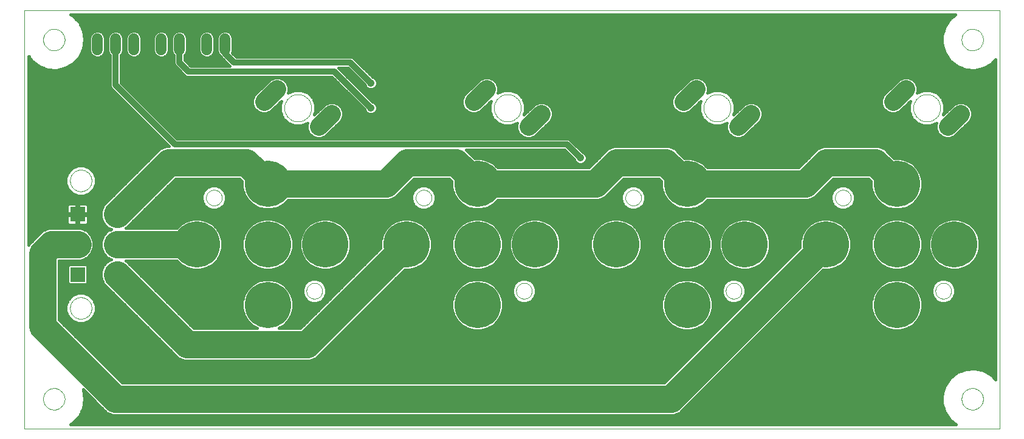
<source format=gbl>
G75*
G70*
%OFA0B0*%
%FSLAX24Y24*%
%IPPOS*%
%LPD*%
%AMOC8*
5,1,8,0,0,1.08239X$1,22.5*
%
%ADD10C,0.0000*%
%ADD11C,0.2540*%
%ADD12C,0.1000*%
%ADD13R,0.0827X0.0827*%
%ADD14C,0.0591*%
%ADD15C,0.1500*%
%ADD16C,0.0160*%
%ADD17C,0.0416*%
%ADD18C,0.0320*%
D10*
X000180Y000180D02*
X000180Y023175D01*
X053672Y023175D01*
X053672Y000180D01*
X000180Y000180D01*
X001214Y001805D02*
X001216Y001853D01*
X001222Y001901D01*
X001232Y001948D01*
X001245Y001994D01*
X001263Y002039D01*
X001283Y002083D01*
X001308Y002125D01*
X001336Y002164D01*
X001366Y002201D01*
X001400Y002235D01*
X001437Y002267D01*
X001475Y002296D01*
X001516Y002321D01*
X001559Y002343D01*
X001604Y002361D01*
X001650Y002375D01*
X001697Y002386D01*
X001745Y002393D01*
X001793Y002396D01*
X001841Y002395D01*
X001889Y002390D01*
X001937Y002381D01*
X001983Y002369D01*
X002028Y002352D01*
X002072Y002332D01*
X002114Y002309D01*
X002154Y002282D01*
X002192Y002252D01*
X002227Y002219D01*
X002259Y002183D01*
X002289Y002145D01*
X002315Y002104D01*
X002337Y002061D01*
X002357Y002017D01*
X002372Y001972D01*
X002384Y001925D01*
X002392Y001877D01*
X002396Y001829D01*
X002396Y001781D01*
X002392Y001733D01*
X002384Y001685D01*
X002372Y001638D01*
X002357Y001593D01*
X002337Y001549D01*
X002315Y001506D01*
X002289Y001465D01*
X002259Y001427D01*
X002227Y001391D01*
X002192Y001358D01*
X002154Y001328D01*
X002114Y001301D01*
X002072Y001278D01*
X002028Y001258D01*
X001983Y001241D01*
X001937Y001229D01*
X001889Y001220D01*
X001841Y001215D01*
X001793Y001214D01*
X001745Y001217D01*
X001697Y001224D01*
X001650Y001235D01*
X001604Y001249D01*
X001559Y001267D01*
X001516Y001289D01*
X001475Y001314D01*
X001437Y001343D01*
X001400Y001375D01*
X001366Y001409D01*
X001336Y001446D01*
X001308Y001485D01*
X001283Y001527D01*
X001263Y001571D01*
X001245Y001616D01*
X001232Y001662D01*
X001222Y001709D01*
X001216Y001757D01*
X001214Y001805D01*
X002687Y006801D02*
X002689Y006849D01*
X002695Y006897D01*
X002705Y006944D01*
X002718Y006990D01*
X002736Y007035D01*
X002756Y007079D01*
X002781Y007121D01*
X002809Y007160D01*
X002839Y007197D01*
X002873Y007231D01*
X002910Y007263D01*
X002948Y007292D01*
X002989Y007317D01*
X003032Y007339D01*
X003077Y007357D01*
X003123Y007371D01*
X003170Y007382D01*
X003218Y007389D01*
X003266Y007392D01*
X003314Y007391D01*
X003362Y007386D01*
X003410Y007377D01*
X003456Y007365D01*
X003501Y007348D01*
X003545Y007328D01*
X003587Y007305D01*
X003627Y007278D01*
X003665Y007248D01*
X003700Y007215D01*
X003732Y007179D01*
X003762Y007141D01*
X003788Y007100D01*
X003810Y007057D01*
X003830Y007013D01*
X003845Y006968D01*
X003857Y006921D01*
X003865Y006873D01*
X003869Y006825D01*
X003869Y006777D01*
X003865Y006729D01*
X003857Y006681D01*
X003845Y006634D01*
X003830Y006589D01*
X003810Y006545D01*
X003788Y006502D01*
X003762Y006461D01*
X003732Y006423D01*
X003700Y006387D01*
X003665Y006354D01*
X003627Y006324D01*
X003587Y006297D01*
X003545Y006274D01*
X003501Y006254D01*
X003456Y006237D01*
X003410Y006225D01*
X003362Y006216D01*
X003314Y006211D01*
X003266Y006210D01*
X003218Y006213D01*
X003170Y006220D01*
X003123Y006231D01*
X003077Y006245D01*
X003032Y006263D01*
X002989Y006285D01*
X002948Y006310D01*
X002910Y006339D01*
X002873Y006371D01*
X002839Y006405D01*
X002809Y006442D01*
X002781Y006481D01*
X002756Y006523D01*
X002736Y006567D01*
X002718Y006612D01*
X002705Y006658D01*
X002695Y006705D01*
X002689Y006753D01*
X002687Y006801D01*
X010145Y012864D02*
X010147Y012905D01*
X010153Y012946D01*
X010163Y012986D01*
X010176Y013025D01*
X010193Y013062D01*
X010214Y013098D01*
X010238Y013132D01*
X010265Y013163D01*
X010294Y013191D01*
X010327Y013217D01*
X010361Y013239D01*
X010398Y013258D01*
X010436Y013273D01*
X010476Y013285D01*
X010516Y013293D01*
X010557Y013297D01*
X010599Y013297D01*
X010640Y013293D01*
X010680Y013285D01*
X010720Y013273D01*
X010758Y013258D01*
X010794Y013239D01*
X010829Y013217D01*
X010862Y013191D01*
X010891Y013163D01*
X010918Y013132D01*
X010942Y013098D01*
X010963Y013062D01*
X010980Y013025D01*
X010993Y012986D01*
X011003Y012946D01*
X011009Y012905D01*
X011011Y012864D01*
X011009Y012823D01*
X011003Y012782D01*
X010993Y012742D01*
X010980Y012703D01*
X010963Y012666D01*
X010942Y012630D01*
X010918Y012596D01*
X010891Y012565D01*
X010862Y012537D01*
X010829Y012511D01*
X010795Y012489D01*
X010758Y012470D01*
X010720Y012455D01*
X010680Y012443D01*
X010640Y012435D01*
X010599Y012431D01*
X010557Y012431D01*
X010516Y012435D01*
X010476Y012443D01*
X010436Y012455D01*
X010398Y012470D01*
X010362Y012489D01*
X010327Y012511D01*
X010294Y012537D01*
X010265Y012565D01*
X010238Y012596D01*
X010214Y012630D01*
X010193Y012666D01*
X010176Y012703D01*
X010163Y012742D01*
X010153Y012782D01*
X010147Y012823D01*
X010145Y012864D01*
X002687Y013809D02*
X002689Y013857D01*
X002695Y013905D01*
X002705Y013952D01*
X002718Y013998D01*
X002736Y014043D01*
X002756Y014087D01*
X002781Y014129D01*
X002809Y014168D01*
X002839Y014205D01*
X002873Y014239D01*
X002910Y014271D01*
X002948Y014300D01*
X002989Y014325D01*
X003032Y014347D01*
X003077Y014365D01*
X003123Y014379D01*
X003170Y014390D01*
X003218Y014397D01*
X003266Y014400D01*
X003314Y014399D01*
X003362Y014394D01*
X003410Y014385D01*
X003456Y014373D01*
X003501Y014356D01*
X003545Y014336D01*
X003587Y014313D01*
X003627Y014286D01*
X003665Y014256D01*
X003700Y014223D01*
X003732Y014187D01*
X003762Y014149D01*
X003788Y014108D01*
X003810Y014065D01*
X003830Y014021D01*
X003845Y013976D01*
X003857Y013929D01*
X003865Y013881D01*
X003869Y013833D01*
X003869Y013785D01*
X003865Y013737D01*
X003857Y013689D01*
X003845Y013642D01*
X003830Y013597D01*
X003810Y013553D01*
X003788Y013510D01*
X003762Y013469D01*
X003732Y013431D01*
X003700Y013395D01*
X003665Y013362D01*
X003627Y013332D01*
X003587Y013305D01*
X003545Y013282D01*
X003501Y013262D01*
X003456Y013245D01*
X003410Y013233D01*
X003362Y013224D01*
X003314Y013219D01*
X003266Y013218D01*
X003218Y013221D01*
X003170Y013228D01*
X003123Y013239D01*
X003077Y013253D01*
X003032Y013271D01*
X002989Y013293D01*
X002948Y013318D01*
X002910Y013347D01*
X002873Y013379D01*
X002839Y013413D01*
X002809Y013450D01*
X002781Y013489D01*
X002756Y013531D01*
X002736Y013575D01*
X002718Y013620D01*
X002705Y013666D01*
X002695Y013713D01*
X002689Y013761D01*
X002687Y013809D01*
X014436Y017805D02*
X014438Y017859D01*
X014444Y017913D01*
X014454Y017967D01*
X014468Y018019D01*
X014485Y018071D01*
X014506Y018121D01*
X014531Y018169D01*
X014560Y018216D01*
X014591Y018260D01*
X014626Y018301D01*
X014664Y018341D01*
X014704Y018377D01*
X014747Y018410D01*
X014792Y018440D01*
X014840Y018467D01*
X014889Y018490D01*
X014940Y018509D01*
X014992Y018525D01*
X015045Y018537D01*
X015099Y018545D01*
X015153Y018549D01*
X015207Y018549D01*
X015261Y018545D01*
X015315Y018537D01*
X015368Y018525D01*
X015420Y018509D01*
X015471Y018490D01*
X015520Y018467D01*
X015568Y018440D01*
X015613Y018410D01*
X015656Y018377D01*
X015696Y018341D01*
X015734Y018301D01*
X015769Y018260D01*
X015800Y018216D01*
X015829Y018169D01*
X015854Y018121D01*
X015875Y018071D01*
X015892Y018019D01*
X015906Y017967D01*
X015916Y017913D01*
X015922Y017859D01*
X015924Y017805D01*
X015922Y017751D01*
X015916Y017697D01*
X015906Y017643D01*
X015892Y017591D01*
X015875Y017539D01*
X015854Y017489D01*
X015829Y017441D01*
X015800Y017394D01*
X015769Y017350D01*
X015734Y017309D01*
X015696Y017269D01*
X015656Y017233D01*
X015613Y017200D01*
X015568Y017170D01*
X015520Y017143D01*
X015471Y017120D01*
X015420Y017101D01*
X015368Y017085D01*
X015315Y017073D01*
X015261Y017065D01*
X015207Y017061D01*
X015153Y017061D01*
X015099Y017065D01*
X015045Y017073D01*
X014992Y017085D01*
X014940Y017101D01*
X014889Y017120D01*
X014840Y017143D01*
X014792Y017170D01*
X014747Y017200D01*
X014704Y017233D01*
X014664Y017269D01*
X014626Y017309D01*
X014591Y017350D01*
X014560Y017394D01*
X014531Y017441D01*
X014506Y017489D01*
X014485Y017539D01*
X014468Y017591D01*
X014454Y017643D01*
X014444Y017697D01*
X014438Y017751D01*
X014436Y017805D01*
X021645Y012864D02*
X021647Y012905D01*
X021653Y012946D01*
X021663Y012986D01*
X021676Y013025D01*
X021693Y013062D01*
X021714Y013098D01*
X021738Y013132D01*
X021765Y013163D01*
X021794Y013191D01*
X021827Y013217D01*
X021861Y013239D01*
X021898Y013258D01*
X021936Y013273D01*
X021976Y013285D01*
X022016Y013293D01*
X022057Y013297D01*
X022099Y013297D01*
X022140Y013293D01*
X022180Y013285D01*
X022220Y013273D01*
X022258Y013258D01*
X022294Y013239D01*
X022329Y013217D01*
X022362Y013191D01*
X022391Y013163D01*
X022418Y013132D01*
X022442Y013098D01*
X022463Y013062D01*
X022480Y013025D01*
X022493Y012986D01*
X022503Y012946D01*
X022509Y012905D01*
X022511Y012864D01*
X022509Y012823D01*
X022503Y012782D01*
X022493Y012742D01*
X022480Y012703D01*
X022463Y012666D01*
X022442Y012630D01*
X022418Y012596D01*
X022391Y012565D01*
X022362Y012537D01*
X022329Y012511D01*
X022295Y012489D01*
X022258Y012470D01*
X022220Y012455D01*
X022180Y012443D01*
X022140Y012435D01*
X022099Y012431D01*
X022057Y012431D01*
X022016Y012435D01*
X021976Y012443D01*
X021936Y012455D01*
X021898Y012470D01*
X021862Y012489D01*
X021827Y012511D01*
X021794Y012537D01*
X021765Y012565D01*
X021738Y012596D01*
X021714Y012630D01*
X021693Y012666D01*
X021676Y012703D01*
X021663Y012742D01*
X021653Y012782D01*
X021647Y012823D01*
X021645Y012864D01*
X025936Y017805D02*
X025938Y017859D01*
X025944Y017913D01*
X025954Y017967D01*
X025968Y018019D01*
X025985Y018071D01*
X026006Y018121D01*
X026031Y018169D01*
X026060Y018216D01*
X026091Y018260D01*
X026126Y018301D01*
X026164Y018341D01*
X026204Y018377D01*
X026247Y018410D01*
X026292Y018440D01*
X026340Y018467D01*
X026389Y018490D01*
X026440Y018509D01*
X026492Y018525D01*
X026545Y018537D01*
X026599Y018545D01*
X026653Y018549D01*
X026707Y018549D01*
X026761Y018545D01*
X026815Y018537D01*
X026868Y018525D01*
X026920Y018509D01*
X026971Y018490D01*
X027020Y018467D01*
X027068Y018440D01*
X027113Y018410D01*
X027156Y018377D01*
X027196Y018341D01*
X027234Y018301D01*
X027269Y018260D01*
X027300Y018216D01*
X027329Y018169D01*
X027354Y018121D01*
X027375Y018071D01*
X027392Y018019D01*
X027406Y017967D01*
X027416Y017913D01*
X027422Y017859D01*
X027424Y017805D01*
X027422Y017751D01*
X027416Y017697D01*
X027406Y017643D01*
X027392Y017591D01*
X027375Y017539D01*
X027354Y017489D01*
X027329Y017441D01*
X027300Y017394D01*
X027269Y017350D01*
X027234Y017309D01*
X027196Y017269D01*
X027156Y017233D01*
X027113Y017200D01*
X027068Y017170D01*
X027020Y017143D01*
X026971Y017120D01*
X026920Y017101D01*
X026868Y017085D01*
X026815Y017073D01*
X026761Y017065D01*
X026707Y017061D01*
X026653Y017061D01*
X026599Y017065D01*
X026545Y017073D01*
X026492Y017085D01*
X026440Y017101D01*
X026389Y017120D01*
X026340Y017143D01*
X026292Y017170D01*
X026247Y017200D01*
X026204Y017233D01*
X026164Y017269D01*
X026126Y017309D01*
X026091Y017350D01*
X026060Y017394D01*
X026031Y017441D01*
X026006Y017489D01*
X025985Y017539D01*
X025968Y017591D01*
X025954Y017643D01*
X025944Y017697D01*
X025938Y017751D01*
X025936Y017805D01*
X033145Y012864D02*
X033147Y012905D01*
X033153Y012946D01*
X033163Y012986D01*
X033176Y013025D01*
X033193Y013062D01*
X033214Y013098D01*
X033238Y013132D01*
X033265Y013163D01*
X033294Y013191D01*
X033327Y013217D01*
X033361Y013239D01*
X033398Y013258D01*
X033436Y013273D01*
X033476Y013285D01*
X033516Y013293D01*
X033557Y013297D01*
X033599Y013297D01*
X033640Y013293D01*
X033680Y013285D01*
X033720Y013273D01*
X033758Y013258D01*
X033794Y013239D01*
X033829Y013217D01*
X033862Y013191D01*
X033891Y013163D01*
X033918Y013132D01*
X033942Y013098D01*
X033963Y013062D01*
X033980Y013025D01*
X033993Y012986D01*
X034003Y012946D01*
X034009Y012905D01*
X034011Y012864D01*
X034009Y012823D01*
X034003Y012782D01*
X033993Y012742D01*
X033980Y012703D01*
X033963Y012666D01*
X033942Y012630D01*
X033918Y012596D01*
X033891Y012565D01*
X033862Y012537D01*
X033829Y012511D01*
X033795Y012489D01*
X033758Y012470D01*
X033720Y012455D01*
X033680Y012443D01*
X033640Y012435D01*
X033599Y012431D01*
X033557Y012431D01*
X033516Y012435D01*
X033476Y012443D01*
X033436Y012455D01*
X033398Y012470D01*
X033362Y012489D01*
X033327Y012511D01*
X033294Y012537D01*
X033265Y012565D01*
X033238Y012596D01*
X033214Y012630D01*
X033193Y012666D01*
X033176Y012703D01*
X033163Y012742D01*
X033153Y012782D01*
X033147Y012823D01*
X033145Y012864D01*
X037436Y017805D02*
X037438Y017859D01*
X037444Y017913D01*
X037454Y017967D01*
X037468Y018019D01*
X037485Y018071D01*
X037506Y018121D01*
X037531Y018169D01*
X037560Y018216D01*
X037591Y018260D01*
X037626Y018301D01*
X037664Y018341D01*
X037704Y018377D01*
X037747Y018410D01*
X037792Y018440D01*
X037840Y018467D01*
X037889Y018490D01*
X037940Y018509D01*
X037992Y018525D01*
X038045Y018537D01*
X038099Y018545D01*
X038153Y018549D01*
X038207Y018549D01*
X038261Y018545D01*
X038315Y018537D01*
X038368Y018525D01*
X038420Y018509D01*
X038471Y018490D01*
X038520Y018467D01*
X038568Y018440D01*
X038613Y018410D01*
X038656Y018377D01*
X038696Y018341D01*
X038734Y018301D01*
X038769Y018260D01*
X038800Y018216D01*
X038829Y018169D01*
X038854Y018121D01*
X038875Y018071D01*
X038892Y018019D01*
X038906Y017967D01*
X038916Y017913D01*
X038922Y017859D01*
X038924Y017805D01*
X038922Y017751D01*
X038916Y017697D01*
X038906Y017643D01*
X038892Y017591D01*
X038875Y017539D01*
X038854Y017489D01*
X038829Y017441D01*
X038800Y017394D01*
X038769Y017350D01*
X038734Y017309D01*
X038696Y017269D01*
X038656Y017233D01*
X038613Y017200D01*
X038568Y017170D01*
X038520Y017143D01*
X038471Y017120D01*
X038420Y017101D01*
X038368Y017085D01*
X038315Y017073D01*
X038261Y017065D01*
X038207Y017061D01*
X038153Y017061D01*
X038099Y017065D01*
X038045Y017073D01*
X037992Y017085D01*
X037940Y017101D01*
X037889Y017120D01*
X037840Y017143D01*
X037792Y017170D01*
X037747Y017200D01*
X037704Y017233D01*
X037664Y017269D01*
X037626Y017309D01*
X037591Y017350D01*
X037560Y017394D01*
X037531Y017441D01*
X037506Y017489D01*
X037485Y017539D01*
X037468Y017591D01*
X037454Y017643D01*
X037444Y017697D01*
X037438Y017751D01*
X037436Y017805D01*
X044645Y012864D02*
X044647Y012905D01*
X044653Y012946D01*
X044663Y012986D01*
X044676Y013025D01*
X044693Y013062D01*
X044714Y013098D01*
X044738Y013132D01*
X044765Y013163D01*
X044794Y013191D01*
X044827Y013217D01*
X044861Y013239D01*
X044898Y013258D01*
X044936Y013273D01*
X044976Y013285D01*
X045016Y013293D01*
X045057Y013297D01*
X045099Y013297D01*
X045140Y013293D01*
X045180Y013285D01*
X045220Y013273D01*
X045258Y013258D01*
X045294Y013239D01*
X045329Y013217D01*
X045362Y013191D01*
X045391Y013163D01*
X045418Y013132D01*
X045442Y013098D01*
X045463Y013062D01*
X045480Y013025D01*
X045493Y012986D01*
X045503Y012946D01*
X045509Y012905D01*
X045511Y012864D01*
X045509Y012823D01*
X045503Y012782D01*
X045493Y012742D01*
X045480Y012703D01*
X045463Y012666D01*
X045442Y012630D01*
X045418Y012596D01*
X045391Y012565D01*
X045362Y012537D01*
X045329Y012511D01*
X045295Y012489D01*
X045258Y012470D01*
X045220Y012455D01*
X045180Y012443D01*
X045140Y012435D01*
X045099Y012431D01*
X045057Y012431D01*
X045016Y012435D01*
X044976Y012443D01*
X044936Y012455D01*
X044898Y012470D01*
X044862Y012489D01*
X044827Y012511D01*
X044794Y012537D01*
X044765Y012565D01*
X044738Y012596D01*
X044714Y012630D01*
X044693Y012666D01*
X044676Y012703D01*
X044663Y012742D01*
X044653Y012782D01*
X044647Y012823D01*
X044645Y012864D01*
X048936Y017805D02*
X048938Y017859D01*
X048944Y017913D01*
X048954Y017967D01*
X048968Y018019D01*
X048985Y018071D01*
X049006Y018121D01*
X049031Y018169D01*
X049060Y018216D01*
X049091Y018260D01*
X049126Y018301D01*
X049164Y018341D01*
X049204Y018377D01*
X049247Y018410D01*
X049292Y018440D01*
X049340Y018467D01*
X049389Y018490D01*
X049440Y018509D01*
X049492Y018525D01*
X049545Y018537D01*
X049599Y018545D01*
X049653Y018549D01*
X049707Y018549D01*
X049761Y018545D01*
X049815Y018537D01*
X049868Y018525D01*
X049920Y018509D01*
X049971Y018490D01*
X050020Y018467D01*
X050068Y018440D01*
X050113Y018410D01*
X050156Y018377D01*
X050196Y018341D01*
X050234Y018301D01*
X050269Y018260D01*
X050300Y018216D01*
X050329Y018169D01*
X050354Y018121D01*
X050375Y018071D01*
X050392Y018019D01*
X050406Y017967D01*
X050416Y017913D01*
X050422Y017859D01*
X050424Y017805D01*
X050422Y017751D01*
X050416Y017697D01*
X050406Y017643D01*
X050392Y017591D01*
X050375Y017539D01*
X050354Y017489D01*
X050329Y017441D01*
X050300Y017394D01*
X050269Y017350D01*
X050234Y017309D01*
X050196Y017269D01*
X050156Y017233D01*
X050113Y017200D01*
X050068Y017170D01*
X050020Y017143D01*
X049971Y017120D01*
X049920Y017101D01*
X049868Y017085D01*
X049815Y017073D01*
X049761Y017065D01*
X049707Y017061D01*
X049653Y017061D01*
X049599Y017065D01*
X049545Y017073D01*
X049492Y017085D01*
X049440Y017101D01*
X049389Y017120D01*
X049340Y017143D01*
X049292Y017170D01*
X049247Y017200D01*
X049204Y017233D01*
X049164Y017269D01*
X049126Y017309D01*
X049091Y017350D01*
X049060Y017394D01*
X049031Y017441D01*
X049006Y017489D01*
X048985Y017539D01*
X048968Y017591D01*
X048954Y017643D01*
X048944Y017697D01*
X048938Y017751D01*
X048936Y017805D01*
X051589Y021555D02*
X051591Y021603D01*
X051597Y021651D01*
X051607Y021698D01*
X051620Y021744D01*
X051638Y021789D01*
X051658Y021833D01*
X051683Y021875D01*
X051711Y021914D01*
X051741Y021951D01*
X051775Y021985D01*
X051812Y022017D01*
X051850Y022046D01*
X051891Y022071D01*
X051934Y022093D01*
X051979Y022111D01*
X052025Y022125D01*
X052072Y022136D01*
X052120Y022143D01*
X052168Y022146D01*
X052216Y022145D01*
X052264Y022140D01*
X052312Y022131D01*
X052358Y022119D01*
X052403Y022102D01*
X052447Y022082D01*
X052489Y022059D01*
X052529Y022032D01*
X052567Y022002D01*
X052602Y021969D01*
X052634Y021933D01*
X052664Y021895D01*
X052690Y021854D01*
X052712Y021811D01*
X052732Y021767D01*
X052747Y021722D01*
X052759Y021675D01*
X052767Y021627D01*
X052771Y021579D01*
X052771Y021531D01*
X052767Y021483D01*
X052759Y021435D01*
X052747Y021388D01*
X052732Y021343D01*
X052712Y021299D01*
X052690Y021256D01*
X052664Y021215D01*
X052634Y021177D01*
X052602Y021141D01*
X052567Y021108D01*
X052529Y021078D01*
X052489Y021051D01*
X052447Y021028D01*
X052403Y021008D01*
X052358Y020991D01*
X052312Y020979D01*
X052264Y020970D01*
X052216Y020965D01*
X052168Y020964D01*
X052120Y020967D01*
X052072Y020974D01*
X052025Y020985D01*
X051979Y020999D01*
X051934Y021017D01*
X051891Y021039D01*
X051850Y021064D01*
X051812Y021093D01*
X051775Y021125D01*
X051741Y021159D01*
X051711Y021196D01*
X051683Y021235D01*
X051658Y021277D01*
X051638Y021321D01*
X051620Y021366D01*
X051607Y021412D01*
X051597Y021459D01*
X051591Y021507D01*
X051589Y021555D01*
X050156Y007746D02*
X050158Y007787D01*
X050164Y007828D01*
X050174Y007868D01*
X050187Y007907D01*
X050204Y007944D01*
X050225Y007980D01*
X050249Y008014D01*
X050276Y008045D01*
X050305Y008073D01*
X050338Y008099D01*
X050372Y008121D01*
X050409Y008140D01*
X050447Y008155D01*
X050487Y008167D01*
X050527Y008175D01*
X050568Y008179D01*
X050610Y008179D01*
X050651Y008175D01*
X050691Y008167D01*
X050731Y008155D01*
X050769Y008140D01*
X050805Y008121D01*
X050840Y008099D01*
X050873Y008073D01*
X050902Y008045D01*
X050929Y008014D01*
X050953Y007980D01*
X050974Y007944D01*
X050991Y007907D01*
X051004Y007868D01*
X051014Y007828D01*
X051020Y007787D01*
X051022Y007746D01*
X051020Y007705D01*
X051014Y007664D01*
X051004Y007624D01*
X050991Y007585D01*
X050974Y007548D01*
X050953Y007512D01*
X050929Y007478D01*
X050902Y007447D01*
X050873Y007419D01*
X050840Y007393D01*
X050806Y007371D01*
X050769Y007352D01*
X050731Y007337D01*
X050691Y007325D01*
X050651Y007317D01*
X050610Y007313D01*
X050568Y007313D01*
X050527Y007317D01*
X050487Y007325D01*
X050447Y007337D01*
X050409Y007352D01*
X050373Y007371D01*
X050338Y007393D01*
X050305Y007419D01*
X050276Y007447D01*
X050249Y007478D01*
X050225Y007512D01*
X050204Y007548D01*
X050187Y007585D01*
X050174Y007624D01*
X050164Y007664D01*
X050158Y007705D01*
X050156Y007746D01*
X038656Y007746D02*
X038658Y007787D01*
X038664Y007828D01*
X038674Y007868D01*
X038687Y007907D01*
X038704Y007944D01*
X038725Y007980D01*
X038749Y008014D01*
X038776Y008045D01*
X038805Y008073D01*
X038838Y008099D01*
X038872Y008121D01*
X038909Y008140D01*
X038947Y008155D01*
X038987Y008167D01*
X039027Y008175D01*
X039068Y008179D01*
X039110Y008179D01*
X039151Y008175D01*
X039191Y008167D01*
X039231Y008155D01*
X039269Y008140D01*
X039305Y008121D01*
X039340Y008099D01*
X039373Y008073D01*
X039402Y008045D01*
X039429Y008014D01*
X039453Y007980D01*
X039474Y007944D01*
X039491Y007907D01*
X039504Y007868D01*
X039514Y007828D01*
X039520Y007787D01*
X039522Y007746D01*
X039520Y007705D01*
X039514Y007664D01*
X039504Y007624D01*
X039491Y007585D01*
X039474Y007548D01*
X039453Y007512D01*
X039429Y007478D01*
X039402Y007447D01*
X039373Y007419D01*
X039340Y007393D01*
X039306Y007371D01*
X039269Y007352D01*
X039231Y007337D01*
X039191Y007325D01*
X039151Y007317D01*
X039110Y007313D01*
X039068Y007313D01*
X039027Y007317D01*
X038987Y007325D01*
X038947Y007337D01*
X038909Y007352D01*
X038873Y007371D01*
X038838Y007393D01*
X038805Y007419D01*
X038776Y007447D01*
X038749Y007478D01*
X038725Y007512D01*
X038704Y007548D01*
X038687Y007585D01*
X038674Y007624D01*
X038664Y007664D01*
X038658Y007705D01*
X038656Y007746D01*
X027156Y007746D02*
X027158Y007787D01*
X027164Y007828D01*
X027174Y007868D01*
X027187Y007907D01*
X027204Y007944D01*
X027225Y007980D01*
X027249Y008014D01*
X027276Y008045D01*
X027305Y008073D01*
X027338Y008099D01*
X027372Y008121D01*
X027409Y008140D01*
X027447Y008155D01*
X027487Y008167D01*
X027527Y008175D01*
X027568Y008179D01*
X027610Y008179D01*
X027651Y008175D01*
X027691Y008167D01*
X027731Y008155D01*
X027769Y008140D01*
X027805Y008121D01*
X027840Y008099D01*
X027873Y008073D01*
X027902Y008045D01*
X027929Y008014D01*
X027953Y007980D01*
X027974Y007944D01*
X027991Y007907D01*
X028004Y007868D01*
X028014Y007828D01*
X028020Y007787D01*
X028022Y007746D01*
X028020Y007705D01*
X028014Y007664D01*
X028004Y007624D01*
X027991Y007585D01*
X027974Y007548D01*
X027953Y007512D01*
X027929Y007478D01*
X027902Y007447D01*
X027873Y007419D01*
X027840Y007393D01*
X027806Y007371D01*
X027769Y007352D01*
X027731Y007337D01*
X027691Y007325D01*
X027651Y007317D01*
X027610Y007313D01*
X027568Y007313D01*
X027527Y007317D01*
X027487Y007325D01*
X027447Y007337D01*
X027409Y007352D01*
X027373Y007371D01*
X027338Y007393D01*
X027305Y007419D01*
X027276Y007447D01*
X027249Y007478D01*
X027225Y007512D01*
X027204Y007548D01*
X027187Y007585D01*
X027174Y007624D01*
X027164Y007664D01*
X027158Y007705D01*
X027156Y007746D01*
X015656Y007746D02*
X015658Y007787D01*
X015664Y007828D01*
X015674Y007868D01*
X015687Y007907D01*
X015704Y007944D01*
X015725Y007980D01*
X015749Y008014D01*
X015776Y008045D01*
X015805Y008073D01*
X015838Y008099D01*
X015872Y008121D01*
X015909Y008140D01*
X015947Y008155D01*
X015987Y008167D01*
X016027Y008175D01*
X016068Y008179D01*
X016110Y008179D01*
X016151Y008175D01*
X016191Y008167D01*
X016231Y008155D01*
X016269Y008140D01*
X016305Y008121D01*
X016340Y008099D01*
X016373Y008073D01*
X016402Y008045D01*
X016429Y008014D01*
X016453Y007980D01*
X016474Y007944D01*
X016491Y007907D01*
X016504Y007868D01*
X016514Y007828D01*
X016520Y007787D01*
X016522Y007746D01*
X016520Y007705D01*
X016514Y007664D01*
X016504Y007624D01*
X016491Y007585D01*
X016474Y007548D01*
X016453Y007512D01*
X016429Y007478D01*
X016402Y007447D01*
X016373Y007419D01*
X016340Y007393D01*
X016306Y007371D01*
X016269Y007352D01*
X016231Y007337D01*
X016191Y007325D01*
X016151Y007317D01*
X016110Y007313D01*
X016068Y007313D01*
X016027Y007317D01*
X015987Y007325D01*
X015947Y007337D01*
X015909Y007352D01*
X015873Y007371D01*
X015838Y007393D01*
X015805Y007419D01*
X015776Y007447D01*
X015749Y007478D01*
X015725Y007512D01*
X015704Y007548D01*
X015687Y007585D01*
X015674Y007624D01*
X015664Y007664D01*
X015658Y007705D01*
X015656Y007746D01*
X001214Y021555D02*
X001216Y021603D01*
X001222Y021651D01*
X001232Y021698D01*
X001245Y021744D01*
X001263Y021789D01*
X001283Y021833D01*
X001308Y021875D01*
X001336Y021914D01*
X001366Y021951D01*
X001400Y021985D01*
X001437Y022017D01*
X001475Y022046D01*
X001516Y022071D01*
X001559Y022093D01*
X001604Y022111D01*
X001650Y022125D01*
X001697Y022136D01*
X001745Y022143D01*
X001793Y022146D01*
X001841Y022145D01*
X001889Y022140D01*
X001937Y022131D01*
X001983Y022119D01*
X002028Y022102D01*
X002072Y022082D01*
X002114Y022059D01*
X002154Y022032D01*
X002192Y022002D01*
X002227Y021969D01*
X002259Y021933D01*
X002289Y021895D01*
X002315Y021854D01*
X002337Y021811D01*
X002357Y021767D01*
X002372Y021722D01*
X002384Y021675D01*
X002392Y021627D01*
X002396Y021579D01*
X002396Y021531D01*
X002392Y021483D01*
X002384Y021435D01*
X002372Y021388D01*
X002357Y021343D01*
X002337Y021299D01*
X002315Y021256D01*
X002289Y021215D01*
X002259Y021177D01*
X002227Y021141D01*
X002192Y021108D01*
X002154Y021078D01*
X002114Y021051D01*
X002072Y021028D01*
X002028Y021008D01*
X001983Y020991D01*
X001937Y020979D01*
X001889Y020970D01*
X001841Y020965D01*
X001793Y020964D01*
X001745Y020967D01*
X001697Y020974D01*
X001650Y020985D01*
X001604Y020999D01*
X001559Y021017D01*
X001516Y021039D01*
X001475Y021064D01*
X001437Y021093D01*
X001400Y021125D01*
X001366Y021159D01*
X001336Y021196D01*
X001308Y021235D01*
X001283Y021277D01*
X001263Y021321D01*
X001245Y021366D01*
X001232Y021412D01*
X001222Y021459D01*
X001216Y021507D01*
X001214Y021555D01*
X051589Y001805D02*
X051591Y001853D01*
X051597Y001901D01*
X051607Y001948D01*
X051620Y001994D01*
X051638Y002039D01*
X051658Y002083D01*
X051683Y002125D01*
X051711Y002164D01*
X051741Y002201D01*
X051775Y002235D01*
X051812Y002267D01*
X051850Y002296D01*
X051891Y002321D01*
X051934Y002343D01*
X051979Y002361D01*
X052025Y002375D01*
X052072Y002386D01*
X052120Y002393D01*
X052168Y002396D01*
X052216Y002395D01*
X052264Y002390D01*
X052312Y002381D01*
X052358Y002369D01*
X052403Y002352D01*
X052447Y002332D01*
X052489Y002309D01*
X052529Y002282D01*
X052567Y002252D01*
X052602Y002219D01*
X052634Y002183D01*
X052664Y002145D01*
X052690Y002104D01*
X052712Y002061D01*
X052732Y002017D01*
X052747Y001972D01*
X052759Y001925D01*
X052767Y001877D01*
X052771Y001829D01*
X052771Y001781D01*
X052767Y001733D01*
X052759Y001685D01*
X052747Y001638D01*
X052732Y001593D01*
X052712Y001549D01*
X052690Y001506D01*
X052664Y001465D01*
X052634Y001427D01*
X052602Y001391D01*
X052567Y001358D01*
X052529Y001328D01*
X052489Y001301D01*
X052447Y001278D01*
X052403Y001258D01*
X052358Y001241D01*
X052312Y001229D01*
X052264Y001220D01*
X052216Y001215D01*
X052168Y001214D01*
X052120Y001217D01*
X052072Y001224D01*
X052025Y001235D01*
X051979Y001249D01*
X051934Y001267D01*
X051891Y001289D01*
X051850Y001314D01*
X051812Y001343D01*
X051775Y001375D01*
X051741Y001409D01*
X051711Y001446D01*
X051683Y001485D01*
X051658Y001527D01*
X051638Y001571D01*
X051620Y001616D01*
X051607Y001662D01*
X051597Y001709D01*
X051591Y001757D01*
X051589Y001805D01*
D11*
X048030Y006978D03*
X048030Y010305D03*
X051180Y010305D03*
X048030Y013632D03*
X044133Y010305D03*
X039680Y010305D03*
X036530Y010305D03*
X032633Y010305D03*
X028180Y010305D03*
X025030Y010305D03*
X021133Y010305D03*
X016680Y010305D03*
X013530Y010305D03*
X009633Y010305D03*
X013530Y013632D03*
X025030Y013632D03*
X036530Y013632D03*
X036530Y006978D03*
X025030Y006978D03*
X013530Y006978D03*
D12*
X016326Y016770D02*
X017034Y017477D01*
X014034Y018840D02*
X013326Y018133D01*
X024826Y018133D02*
X025534Y018840D01*
X027826Y016770D02*
X028534Y017477D01*
X036326Y018133D02*
X037034Y018840D01*
X039326Y016770D02*
X040034Y017477D01*
X047826Y018133D02*
X048534Y018840D01*
X050826Y016770D02*
X051534Y017477D01*
D13*
X005263Y011959D03*
X003097Y011959D03*
X003097Y010305D03*
X005263Y010305D03*
X005263Y008651D03*
X003097Y008651D03*
D14*
X004180Y021010D02*
X004180Y021600D01*
X005180Y021600D02*
X005180Y021010D01*
X006180Y021010D02*
X006180Y021600D01*
X007680Y021600D02*
X007680Y021010D01*
X008680Y021010D02*
X008680Y021600D01*
X010180Y021600D02*
X010180Y021010D01*
X011180Y021010D02*
X011180Y021600D01*
D15*
X012357Y014805D02*
X008109Y014805D01*
X005263Y011959D01*
X005263Y010305D02*
X009633Y010305D01*
X005263Y008651D02*
X009109Y004805D01*
X015680Y004805D01*
X021133Y010258D01*
X021133Y010305D01*
X020007Y013632D02*
X021180Y014805D01*
X023857Y014805D01*
X025030Y013632D01*
X031507Y013632D01*
X032680Y014805D01*
X035357Y014805D01*
X036530Y013632D01*
X043007Y013632D01*
X044180Y014805D01*
X046857Y014805D01*
X048030Y013632D01*
X044133Y010305D02*
X035633Y001805D01*
X005180Y001805D01*
X001180Y005805D01*
X001180Y009805D01*
X001680Y010305D01*
X003097Y010305D01*
X012357Y014805D02*
X013530Y013632D01*
X020007Y013632D01*
D16*
X020969Y013336D02*
X021611Y013336D01*
X021702Y013426D02*
X021516Y013240D01*
X021415Y012996D01*
X021415Y012732D01*
X021516Y012488D01*
X021702Y012302D01*
X021946Y012201D01*
X022210Y012201D01*
X022453Y012302D01*
X022640Y012488D01*
X022741Y012732D01*
X022741Y012996D01*
X022640Y013240D01*
X022453Y013426D01*
X022210Y013527D01*
X021946Y013527D01*
X021702Y013426D01*
X021866Y013494D02*
X021128Y013494D01*
X021286Y013653D02*
X023620Y013653D01*
X023620Y013783D02*
X023620Y013446D01*
X023716Y013088D01*
X023902Y012766D01*
X024165Y012503D01*
X024486Y012318D01*
X024845Y012222D01*
X025216Y012222D01*
X025575Y012318D01*
X025896Y012503D01*
X026134Y012742D01*
X031684Y012742D01*
X032011Y012877D01*
X032261Y013128D01*
X033049Y013915D01*
X034989Y013915D01*
X035120Y013783D01*
X035120Y013446D01*
X035216Y013088D01*
X035402Y012766D01*
X035665Y012503D01*
X035986Y012318D01*
X036345Y012222D01*
X036716Y012222D01*
X037075Y012318D01*
X037396Y012503D01*
X037634Y012742D01*
X043184Y012742D01*
X043511Y012877D01*
X043761Y013128D01*
X044549Y013915D01*
X046489Y013915D01*
X046620Y013783D01*
X046620Y013446D01*
X046716Y013088D01*
X046902Y012766D01*
X047165Y012503D01*
X047486Y012318D01*
X047845Y012222D01*
X048216Y012222D01*
X048575Y012318D01*
X048896Y012503D01*
X049159Y012766D01*
X049344Y013088D01*
X049440Y013446D01*
X049440Y013817D01*
X049344Y014176D01*
X049159Y014498D01*
X048896Y014760D01*
X048575Y014946D01*
X048216Y015042D01*
X047879Y015042D01*
X047612Y015309D01*
X047361Y015560D01*
X047034Y015695D01*
X044003Y015695D01*
X043676Y015560D01*
X042638Y014522D01*
X037634Y014522D01*
X037396Y014760D01*
X037075Y014946D01*
X036716Y015042D01*
X036379Y015042D01*
X036112Y015309D01*
X035861Y015560D01*
X035534Y015695D01*
X032503Y015695D01*
X032176Y015560D01*
X031138Y014522D01*
X026134Y014522D01*
X025896Y014760D01*
X025575Y014946D01*
X025216Y015042D01*
X024879Y015042D01*
X024416Y015505D01*
X029806Y015505D01*
X030337Y014973D01*
X030385Y014858D01*
X030483Y014760D01*
X030611Y014707D01*
X030749Y014707D01*
X030877Y014760D01*
X030975Y014858D01*
X031028Y014986D01*
X031028Y015124D01*
X030975Y015252D01*
X030877Y015350D01*
X030762Y015398D01*
X030184Y015975D01*
X030100Y016059D01*
X029990Y016105D01*
X008554Y016105D01*
X005480Y019179D01*
X005480Y020694D01*
X005549Y020763D01*
X005615Y020923D01*
X005615Y021687D01*
X005549Y021847D01*
X005427Y021969D01*
X005267Y022036D01*
X005093Y022036D01*
X004933Y021969D01*
X004811Y021847D01*
X004745Y021687D01*
X004745Y020923D01*
X004811Y020763D01*
X004880Y020694D01*
X004880Y018995D01*
X004926Y018885D01*
X005010Y018801D01*
X008116Y015695D01*
X007932Y015695D01*
X007605Y015560D01*
X007355Y015309D01*
X004508Y012463D01*
X004373Y012136D01*
X004373Y011782D01*
X004508Y011454D01*
X004759Y011204D01*
X004933Y011132D01*
X004759Y011060D01*
X004508Y010809D01*
X004373Y010482D01*
X004373Y010128D01*
X004508Y009801D01*
X004759Y009550D01*
X004933Y009478D01*
X004759Y009406D01*
X004508Y009156D01*
X004373Y008828D01*
X004373Y008474D01*
X004508Y008147D01*
X008355Y004301D01*
X008605Y004050D01*
X008932Y003915D01*
X015857Y003915D01*
X016184Y004050D01*
X021029Y008895D01*
X021318Y008895D01*
X021677Y008991D01*
X021999Y009177D01*
X022261Y009439D01*
X022447Y009761D01*
X022543Y010119D01*
X022543Y010491D01*
X022447Y010849D01*
X022261Y011171D01*
X021999Y011433D01*
X021677Y011619D01*
X021318Y011715D01*
X020947Y011715D01*
X020589Y011619D01*
X020267Y011433D01*
X020004Y011171D01*
X019819Y010849D01*
X019723Y010491D01*
X019723Y010119D01*
X019725Y010109D01*
X015311Y005695D01*
X014128Y005695D01*
X014396Y005850D01*
X014659Y006112D01*
X014844Y006434D01*
X014940Y006793D01*
X014940Y007164D01*
X014844Y007522D01*
X014659Y007844D01*
X014396Y008107D01*
X014075Y008292D01*
X013716Y008388D01*
X013345Y008388D01*
X012986Y008292D01*
X012665Y008107D01*
X012402Y007844D01*
X012216Y007522D01*
X012120Y007164D01*
X012120Y006793D01*
X012216Y006434D01*
X012402Y006112D01*
X012665Y005850D01*
X012933Y005695D01*
X009478Y005695D01*
X005767Y009406D01*
X005745Y009415D01*
X008529Y009415D01*
X008767Y009177D01*
X009089Y008991D01*
X009447Y008895D01*
X009818Y008895D01*
X010177Y008991D01*
X010499Y009177D01*
X010761Y009439D01*
X010947Y009761D01*
X011043Y010119D01*
X011043Y010491D01*
X010947Y010849D01*
X010761Y011171D01*
X010499Y011433D01*
X010177Y011619D01*
X009818Y011715D01*
X009447Y011715D01*
X009089Y011619D01*
X008767Y011433D01*
X008529Y011195D01*
X005745Y011195D01*
X005767Y011204D01*
X008478Y013915D01*
X011989Y013915D01*
X012120Y013783D01*
X012120Y013446D01*
X012216Y013088D01*
X012402Y012766D01*
X012665Y012503D01*
X012986Y012318D01*
X013345Y012222D01*
X013716Y012222D01*
X014075Y012318D01*
X014396Y012503D01*
X014634Y012742D01*
X020184Y012742D01*
X020511Y012877D01*
X021549Y013915D01*
X023489Y013915D01*
X023620Y013783D01*
X023592Y013811D02*
X021445Y013811D01*
X022289Y013494D02*
X023620Y013494D01*
X023650Y013336D02*
X022544Y013336D01*
X022666Y013177D02*
X023693Y013177D01*
X023756Y013019D02*
X022731Y013019D01*
X022741Y012860D02*
X023848Y012860D01*
X023967Y012702D02*
X022728Y012702D01*
X022662Y012543D02*
X024125Y012543D01*
X024371Y012385D02*
X022536Y012385D01*
X022270Y012226D02*
X024829Y012226D01*
X025232Y012226D02*
X033385Y012226D01*
X033446Y012201D02*
X033202Y012302D01*
X033016Y012488D01*
X032915Y012732D01*
X032915Y012996D01*
X033016Y013240D01*
X033202Y013426D01*
X033446Y013527D01*
X033710Y013527D01*
X033953Y013426D01*
X034140Y013240D01*
X034241Y012996D01*
X034241Y012732D01*
X034140Y012488D01*
X033953Y012302D01*
X033710Y012201D01*
X033446Y012201D01*
X033770Y012226D02*
X036329Y012226D01*
X036732Y012226D02*
X044885Y012226D01*
X044946Y012201D02*
X045210Y012201D01*
X045453Y012302D01*
X045640Y012488D01*
X045741Y012732D01*
X045741Y012996D01*
X045640Y013240D01*
X045453Y013426D01*
X045210Y013527D01*
X044946Y013527D01*
X044702Y013426D01*
X044516Y013240D01*
X044415Y012996D01*
X044415Y012732D01*
X044516Y012488D01*
X044702Y012302D01*
X044946Y012201D01*
X045270Y012226D02*
X047829Y012226D01*
X048232Y012226D02*
X053442Y012226D01*
X053442Y012068D02*
X006630Y012068D01*
X006789Y012226D02*
X010385Y012226D01*
X010446Y012201D02*
X010710Y012201D01*
X010953Y012302D01*
X011140Y012488D01*
X011241Y012732D01*
X011241Y012996D01*
X011140Y013240D01*
X010953Y013426D01*
X010710Y013527D01*
X010446Y013527D01*
X010202Y013426D01*
X010016Y013240D01*
X009915Y012996D01*
X009915Y012732D01*
X010016Y012488D01*
X010202Y012302D01*
X010446Y012201D01*
X010770Y012226D02*
X013329Y012226D01*
X013732Y012226D02*
X021885Y012226D01*
X021619Y012385D02*
X014190Y012385D01*
X014436Y012543D02*
X021493Y012543D01*
X021427Y012702D02*
X014594Y012702D01*
X014075Y011619D02*
X013716Y011715D01*
X013345Y011715D01*
X012986Y011619D01*
X012665Y011433D01*
X012402Y011171D01*
X012216Y010849D01*
X012120Y010491D01*
X012120Y010119D01*
X012216Y009761D01*
X012402Y009439D01*
X012665Y009177D01*
X012986Y008991D01*
X013345Y008895D01*
X013716Y008895D01*
X014075Y008991D01*
X014396Y009177D01*
X014659Y009439D01*
X014844Y009761D01*
X014940Y010119D01*
X014940Y010491D01*
X014844Y010849D01*
X014659Y011171D01*
X014396Y011433D01*
X014075Y011619D01*
X014121Y011592D02*
X016089Y011592D01*
X016136Y011619D02*
X015814Y011433D01*
X015552Y011171D01*
X015366Y010849D01*
X015270Y010491D01*
X015270Y010119D01*
X015366Y009761D01*
X015552Y009439D01*
X015814Y009177D01*
X016136Y008991D01*
X016494Y008895D01*
X016866Y008895D01*
X017224Y008991D01*
X017546Y009177D01*
X017808Y009439D01*
X017994Y009761D01*
X018090Y010119D01*
X018090Y010491D01*
X017994Y010849D01*
X017808Y011171D01*
X017546Y011433D01*
X017224Y011619D01*
X016866Y011715D01*
X016494Y011715D01*
X016136Y011619D01*
X015815Y011434D02*
X014396Y011434D01*
X014554Y011275D02*
X015656Y011275D01*
X015520Y011117D02*
X014690Y011117D01*
X014782Y010958D02*
X015429Y010958D01*
X015353Y010800D02*
X014858Y010800D01*
X014900Y010641D02*
X015310Y010641D01*
X015270Y010483D02*
X014940Y010483D01*
X014940Y010324D02*
X015270Y010324D01*
X015270Y010166D02*
X014940Y010166D01*
X014910Y010007D02*
X015300Y010007D01*
X015343Y009849D02*
X014868Y009849D01*
X014803Y009690D02*
X015407Y009690D01*
X015498Y009532D02*
X014712Y009532D01*
X014592Y009373D02*
X015618Y009373D01*
X015776Y009215D02*
X014434Y009215D01*
X014187Y009056D02*
X016023Y009056D01*
X016485Y008898D02*
X013725Y008898D01*
X013335Y008898D02*
X009828Y008898D01*
X009438Y008898D02*
X006275Y008898D01*
X006117Y009056D02*
X008976Y009056D01*
X008729Y009215D02*
X005958Y009215D01*
X005800Y009373D02*
X008571Y009373D01*
X006592Y008581D02*
X018197Y008581D01*
X018355Y008739D02*
X006434Y008739D01*
X006751Y008422D02*
X018038Y008422D01*
X017880Y008264D02*
X016510Y008264D01*
X016465Y008308D02*
X016221Y008409D01*
X015958Y008409D01*
X015714Y008308D01*
X015527Y008122D01*
X015426Y007878D01*
X015426Y007614D01*
X015527Y007370D01*
X015714Y007184D01*
X015958Y007083D01*
X016221Y007083D01*
X016465Y007184D01*
X016652Y007370D01*
X016753Y007614D01*
X016753Y007878D01*
X016652Y008122D01*
X016465Y008308D01*
X016658Y008105D02*
X017721Y008105D01*
X017563Y007947D02*
X016724Y007947D01*
X016753Y007788D02*
X017404Y007788D01*
X017246Y007630D02*
X016753Y007630D01*
X016693Y007471D02*
X017087Y007471D01*
X016929Y007313D02*
X016594Y007313D01*
X016770Y007154D02*
X016393Y007154D01*
X016612Y006996D02*
X014940Y006996D01*
X014940Y007154D02*
X015786Y007154D01*
X015585Y007313D02*
X014901Y007313D01*
X014858Y007471D02*
X015486Y007471D01*
X015426Y007630D02*
X014783Y007630D01*
X014691Y007788D02*
X015426Y007788D01*
X015455Y007947D02*
X014556Y007947D01*
X014398Y008105D02*
X015520Y008105D01*
X015669Y008264D02*
X014124Y008264D01*
X012937Y008264D02*
X006909Y008264D01*
X007068Y008105D02*
X012663Y008105D01*
X012505Y007947D02*
X007226Y007947D01*
X007385Y007788D02*
X012370Y007788D01*
X012278Y007630D02*
X007543Y007630D01*
X007702Y007471D02*
X012203Y007471D01*
X012160Y007313D02*
X007860Y007313D01*
X008019Y007154D02*
X012120Y007154D01*
X012120Y006996D02*
X008177Y006996D01*
X008336Y006837D02*
X012120Y006837D01*
X012151Y006679D02*
X008494Y006679D01*
X008653Y006520D02*
X012193Y006520D01*
X012258Y006362D02*
X008811Y006362D01*
X008970Y006203D02*
X012350Y006203D01*
X012470Y006045D02*
X009128Y006045D01*
X009287Y005886D02*
X012629Y005886D01*
X012877Y005728D02*
X009445Y005728D01*
X007879Y004777D02*
X003467Y004777D01*
X003309Y004935D02*
X007720Y004935D01*
X007562Y005094D02*
X003150Y005094D01*
X002992Y005252D02*
X007403Y005252D01*
X007245Y005411D02*
X002833Y005411D01*
X002675Y005569D02*
X007086Y005569D01*
X006928Y005728D02*
X002516Y005728D01*
X002358Y005886D02*
X006769Y005886D01*
X006611Y006045D02*
X003596Y006045D01*
X003743Y006105D02*
X003442Y005981D01*
X003115Y005981D01*
X002814Y006105D01*
X002583Y006336D01*
X002458Y006638D01*
X002458Y006964D01*
X002583Y007266D01*
X002814Y007497D01*
X003115Y007622D01*
X003442Y007622D01*
X003743Y007497D01*
X003974Y007266D01*
X004099Y006964D01*
X004099Y006638D01*
X003974Y006336D01*
X003743Y006105D01*
X003841Y006203D02*
X006452Y006203D01*
X006294Y006362D02*
X003985Y006362D01*
X004050Y006520D02*
X006135Y006520D01*
X005977Y006679D02*
X004099Y006679D01*
X004099Y006837D02*
X005818Y006837D01*
X005660Y006996D02*
X004086Y006996D01*
X004020Y007154D02*
X005501Y007154D01*
X005343Y007313D02*
X003927Y007313D01*
X003769Y007471D02*
X005184Y007471D01*
X005026Y007630D02*
X002070Y007630D01*
X002070Y007788D02*
X004867Y007788D01*
X004709Y007947D02*
X002070Y007947D01*
X002070Y008105D02*
X002619Y008105D01*
X002626Y008098D02*
X003569Y008098D01*
X003651Y008180D01*
X003651Y009123D01*
X003569Y009205D01*
X002626Y009205D01*
X002544Y009123D01*
X002544Y008180D01*
X002626Y008098D01*
X002544Y008264D02*
X002070Y008264D01*
X002070Y008422D02*
X002544Y008422D01*
X002544Y008581D02*
X002070Y008581D01*
X002070Y008739D02*
X002544Y008739D01*
X002544Y008898D02*
X002070Y008898D01*
X002070Y009056D02*
X002544Y009056D01*
X002070Y009215D02*
X004567Y009215D01*
X004467Y009056D02*
X003651Y009056D01*
X003651Y008898D02*
X004401Y008898D01*
X004373Y008739D02*
X003651Y008739D01*
X003651Y008581D02*
X004373Y008581D01*
X004394Y008422D02*
X003651Y008422D01*
X003651Y008264D02*
X004460Y008264D01*
X004550Y008105D02*
X003576Y008105D01*
X002788Y007471D02*
X002070Y007471D01*
X002070Y007313D02*
X002629Y007313D01*
X002536Y007154D02*
X002070Y007154D01*
X002070Y006996D02*
X002471Y006996D01*
X002458Y006837D02*
X002070Y006837D01*
X002070Y006679D02*
X002458Y006679D01*
X002507Y006520D02*
X002070Y006520D01*
X002070Y006362D02*
X002572Y006362D01*
X002716Y006203D02*
X002070Y006203D01*
X002070Y006174D02*
X002070Y009415D01*
X003274Y009415D01*
X003601Y009550D01*
X003852Y009801D01*
X003987Y010128D01*
X003987Y010482D01*
X003852Y010809D01*
X003601Y011060D01*
X003274Y011195D01*
X001503Y011195D01*
X001176Y011060D01*
X000925Y010809D01*
X000676Y010560D01*
X000425Y010309D01*
X000410Y010272D01*
X000410Y020652D01*
X000573Y020412D01*
X000573Y020412D01*
X000573Y020412D01*
X000965Y020100D01*
X001431Y019917D01*
X001431Y019917D01*
X001931Y019880D01*
X002419Y019991D01*
X002852Y020242D01*
X003193Y020609D01*
X003410Y021060D01*
X003485Y021555D01*
X003410Y022050D01*
X003410Y022050D01*
X003193Y022501D01*
X003193Y022501D01*
X002852Y022868D01*
X002720Y022945D01*
X051259Y022945D01*
X050948Y022698D01*
X050666Y022284D01*
X050519Y021805D01*
X050519Y021305D01*
X050666Y020826D01*
X050948Y020412D01*
X050948Y020412D01*
X050948Y020412D01*
X051340Y020100D01*
X051806Y019917D01*
X051806Y019917D01*
X052306Y019880D01*
X052794Y019991D01*
X053227Y020242D01*
X053227Y020242D01*
X053442Y020473D01*
X053442Y002887D01*
X053227Y003118D01*
X052794Y003369D01*
X052794Y003369D01*
X052306Y003480D01*
X052306Y003480D01*
X051806Y003443D01*
X051340Y003260D01*
X050948Y002948D01*
X050666Y002534D01*
X050519Y002055D01*
X050519Y001555D01*
X050666Y001076D01*
X050948Y000662D01*
X050948Y000662D01*
X050948Y000662D01*
X051265Y000410D01*
X002711Y000410D01*
X002852Y000492D01*
X002852Y000492D01*
X003193Y000859D01*
X003410Y001310D01*
X003485Y001805D01*
X003410Y002300D01*
X003410Y002300D01*
X003396Y002331D01*
X004676Y001050D01*
X005003Y000915D01*
X035810Y000915D01*
X036137Y001050D01*
X036387Y001301D01*
X043981Y008895D01*
X044318Y008895D01*
X044677Y008991D01*
X044999Y009177D01*
X045261Y009439D01*
X045447Y009761D01*
X045543Y010119D01*
X045543Y010491D01*
X045447Y010849D01*
X045261Y011171D01*
X044999Y011433D01*
X044677Y011619D01*
X044318Y011715D01*
X043947Y011715D01*
X043589Y011619D01*
X043267Y011433D01*
X043004Y011171D01*
X042819Y010849D01*
X042723Y010491D01*
X042723Y010154D01*
X035264Y002695D01*
X005549Y002695D01*
X002070Y006174D01*
X002199Y006045D02*
X002961Y006045D01*
X003626Y004618D02*
X008037Y004618D01*
X008196Y004460D02*
X003784Y004460D01*
X003943Y004301D02*
X008354Y004301D01*
X008513Y004143D02*
X004101Y004143D01*
X004260Y003984D02*
X008766Y003984D01*
X005528Y002716D02*
X035285Y002716D01*
X035444Y002875D02*
X005369Y002875D01*
X005211Y003033D02*
X035602Y003033D01*
X035761Y003192D02*
X005052Y003192D01*
X004894Y003350D02*
X035919Y003350D01*
X036078Y003509D02*
X004735Y003509D01*
X004577Y003667D02*
X036236Y003667D01*
X036395Y003826D02*
X004418Y003826D01*
X003486Y002241D02*
X003419Y002241D01*
X003443Y002082D02*
X003644Y002082D01*
X003803Y001924D02*
X003467Y001924D01*
X003479Y001765D02*
X003961Y001765D01*
X004120Y001607D02*
X003455Y001607D01*
X003431Y001448D02*
X004278Y001448D01*
X004437Y001290D02*
X003401Y001290D01*
X003410Y001310D02*
X003410Y001310D01*
X003324Y001131D02*
X004595Y001131D01*
X004864Y000973D02*
X003248Y000973D01*
X003193Y000859D02*
X003193Y000859D01*
X003152Y000814D02*
X050845Y000814D01*
X050737Y000973D02*
X035949Y000973D01*
X036217Y001131D02*
X050649Y001131D01*
X050666Y001076D02*
X050666Y001076D01*
X050601Y001290D02*
X036376Y001290D01*
X036534Y001448D02*
X050552Y001448D01*
X050519Y001607D02*
X036693Y001607D01*
X036851Y001765D02*
X050519Y001765D01*
X050519Y001924D02*
X037010Y001924D01*
X037168Y002082D02*
X050527Y002082D01*
X050576Y002241D02*
X037327Y002241D01*
X037485Y002399D02*
X050625Y002399D01*
X050666Y002534D02*
X050666Y002534D01*
X050682Y002558D02*
X037644Y002558D01*
X037802Y002716D02*
X050791Y002716D01*
X050899Y002875D02*
X037961Y002875D01*
X038119Y003033D02*
X051055Y003033D01*
X050948Y002948D02*
X050948Y002948D01*
X050948Y002948D01*
X051254Y003192D02*
X038278Y003192D01*
X038436Y003350D02*
X051570Y003350D01*
X051340Y003260D02*
X051340Y003260D01*
X051806Y003443D02*
X051806Y003443D01*
X052826Y003350D02*
X053442Y003350D01*
X053442Y003192D02*
X053101Y003192D01*
X053227Y003118D02*
X053227Y003118D01*
X053307Y003033D02*
X053442Y003033D01*
X053442Y003509D02*
X038595Y003509D01*
X038753Y003667D02*
X053442Y003667D01*
X053442Y003826D02*
X038912Y003826D01*
X039070Y003984D02*
X053442Y003984D01*
X053442Y004143D02*
X039229Y004143D01*
X039387Y004301D02*
X053442Y004301D01*
X053442Y004460D02*
X039546Y004460D01*
X039704Y004618D02*
X053442Y004618D01*
X053442Y004777D02*
X039863Y004777D01*
X040021Y004935D02*
X053442Y004935D01*
X053442Y005094D02*
X040180Y005094D01*
X040338Y005252D02*
X053442Y005252D01*
X053442Y005411D02*
X040497Y005411D01*
X040655Y005569D02*
X047842Y005569D01*
X047845Y005568D02*
X048216Y005568D01*
X048575Y005664D01*
X048896Y005850D01*
X049159Y006112D01*
X049344Y006434D01*
X049440Y006793D01*
X049440Y007164D01*
X049344Y007522D01*
X049159Y007844D01*
X048896Y008107D01*
X048575Y008292D01*
X048216Y008388D01*
X047845Y008388D01*
X047486Y008292D01*
X047165Y008107D01*
X046902Y007844D01*
X046716Y007522D01*
X046620Y007164D01*
X046620Y006793D01*
X046716Y006434D01*
X046902Y006112D01*
X047165Y005850D01*
X047486Y005664D01*
X047845Y005568D01*
X048219Y005569D02*
X053442Y005569D01*
X053442Y005728D02*
X048684Y005728D01*
X048932Y005886D02*
X053442Y005886D01*
X053442Y006045D02*
X049091Y006045D01*
X049211Y006203D02*
X053442Y006203D01*
X053442Y006362D02*
X049302Y006362D01*
X049367Y006520D02*
X053442Y006520D01*
X053442Y006679D02*
X049410Y006679D01*
X049440Y006837D02*
X053442Y006837D01*
X053442Y006996D02*
X049440Y006996D01*
X049440Y007154D02*
X050286Y007154D01*
X050214Y007184D02*
X050458Y007083D01*
X050721Y007083D01*
X050965Y007184D01*
X051152Y007370D01*
X051253Y007614D01*
X051253Y007878D01*
X051152Y008122D01*
X050965Y008308D01*
X050721Y008409D01*
X050458Y008409D01*
X050214Y008308D01*
X050027Y008122D01*
X049926Y007878D01*
X049926Y007614D01*
X050027Y007370D01*
X050214Y007184D01*
X050085Y007313D02*
X049401Y007313D01*
X049358Y007471D02*
X049986Y007471D01*
X049926Y007630D02*
X049283Y007630D01*
X049191Y007788D02*
X049926Y007788D01*
X049955Y007947D02*
X049056Y007947D01*
X048898Y008105D02*
X050020Y008105D01*
X050169Y008264D02*
X048624Y008264D01*
X048575Y008991D02*
X048216Y008895D01*
X047845Y008895D01*
X047486Y008991D01*
X047165Y009177D01*
X046902Y009439D01*
X046716Y009761D01*
X046620Y010119D01*
X046620Y010491D01*
X046716Y010849D01*
X046902Y011171D01*
X047165Y011433D01*
X047486Y011619D01*
X047845Y011715D01*
X048216Y011715D01*
X048575Y011619D01*
X048896Y011433D01*
X049159Y011171D01*
X049344Y010849D01*
X049440Y010491D01*
X049440Y010119D01*
X049344Y009761D01*
X049159Y009439D01*
X048896Y009177D01*
X048575Y008991D01*
X048687Y009056D02*
X050523Y009056D01*
X050636Y008991D02*
X050994Y008895D01*
X051366Y008895D01*
X051724Y008991D01*
X052046Y009177D01*
X052308Y009439D01*
X052494Y009761D01*
X052590Y010119D01*
X052590Y010491D01*
X052494Y010849D01*
X052308Y011171D01*
X052046Y011433D01*
X051724Y011619D01*
X051366Y011715D01*
X050994Y011715D01*
X050636Y011619D01*
X050314Y011433D01*
X050052Y011171D01*
X049866Y010849D01*
X049770Y010491D01*
X049770Y010119D01*
X049866Y009761D01*
X050052Y009439D01*
X050314Y009177D01*
X050636Y008991D01*
X050985Y008898D02*
X048225Y008898D01*
X047835Y008898D02*
X044328Y008898D01*
X044789Y009056D02*
X047374Y009056D01*
X047127Y009215D02*
X045036Y009215D01*
X045195Y009373D02*
X046968Y009373D01*
X046849Y009532D02*
X045314Y009532D01*
X045406Y009690D02*
X046757Y009690D01*
X046693Y009849D02*
X045470Y009849D01*
X045513Y010007D02*
X046650Y010007D01*
X046620Y010166D02*
X045543Y010166D01*
X045543Y010324D02*
X046620Y010324D01*
X046620Y010483D02*
X045543Y010483D01*
X045502Y010641D02*
X046661Y010641D01*
X046703Y010800D02*
X045460Y010800D01*
X045384Y010958D02*
X046779Y010958D01*
X046871Y011117D02*
X045292Y011117D01*
X045157Y011275D02*
X047006Y011275D01*
X047165Y011434D02*
X044998Y011434D01*
X044724Y011592D02*
X047440Y011592D01*
X048621Y011592D02*
X050589Y011592D01*
X050315Y011434D02*
X048896Y011434D01*
X049054Y011275D02*
X050156Y011275D01*
X050020Y011117D02*
X049190Y011117D01*
X049282Y010958D02*
X049929Y010958D01*
X049853Y010800D02*
X049358Y010800D01*
X049400Y010641D02*
X049810Y010641D01*
X049770Y010483D02*
X049440Y010483D01*
X049440Y010324D02*
X049770Y010324D01*
X049770Y010166D02*
X049440Y010166D01*
X049410Y010007D02*
X049800Y010007D01*
X049843Y009849D02*
X049368Y009849D01*
X049303Y009690D02*
X049907Y009690D01*
X049998Y009532D02*
X049212Y009532D01*
X049092Y009373D02*
X050118Y009373D01*
X050276Y009215D02*
X048934Y009215D01*
X047437Y008264D02*
X043350Y008264D01*
X043508Y008422D02*
X053442Y008422D01*
X053442Y008264D02*
X051010Y008264D01*
X051158Y008105D02*
X053442Y008105D01*
X053442Y007947D02*
X051224Y007947D01*
X051253Y007788D02*
X053442Y007788D01*
X053442Y007630D02*
X051253Y007630D01*
X051193Y007471D02*
X053442Y007471D01*
X053442Y007313D02*
X051094Y007313D01*
X050893Y007154D02*
X053442Y007154D01*
X053442Y008581D02*
X043667Y008581D01*
X043825Y008739D02*
X053442Y008739D01*
X053442Y008898D02*
X051375Y008898D01*
X051837Y009056D02*
X053442Y009056D01*
X053442Y009215D02*
X052084Y009215D01*
X052242Y009373D02*
X053442Y009373D01*
X053442Y009532D02*
X052362Y009532D01*
X052453Y009690D02*
X053442Y009690D01*
X053442Y009849D02*
X052517Y009849D01*
X052560Y010007D02*
X053442Y010007D01*
X053442Y010166D02*
X052590Y010166D01*
X052590Y010324D02*
X053442Y010324D01*
X053442Y010483D02*
X052590Y010483D01*
X052550Y010641D02*
X053442Y010641D01*
X053442Y010800D02*
X052507Y010800D01*
X052431Y010958D02*
X053442Y010958D01*
X053442Y011117D02*
X052340Y011117D01*
X052204Y011275D02*
X053442Y011275D01*
X053442Y011434D02*
X052045Y011434D01*
X051771Y011592D02*
X053442Y011592D01*
X053442Y011751D02*
X006313Y011751D01*
X006472Y011909D02*
X053442Y011909D01*
X053442Y012385D02*
X048690Y012385D01*
X048936Y012543D02*
X053442Y012543D01*
X053442Y012702D02*
X049094Y012702D01*
X049213Y012860D02*
X053442Y012860D01*
X053442Y013019D02*
X049304Y013019D01*
X049368Y013177D02*
X053442Y013177D01*
X053442Y013336D02*
X049411Y013336D01*
X049440Y013494D02*
X053442Y013494D01*
X053442Y013653D02*
X049440Y013653D01*
X049440Y013811D02*
X053442Y013811D01*
X053442Y013970D02*
X049400Y013970D01*
X049357Y014128D02*
X053442Y014128D01*
X053442Y014287D02*
X049281Y014287D01*
X049189Y014445D02*
X053442Y014445D01*
X053442Y014604D02*
X049053Y014604D01*
X048893Y014762D02*
X053442Y014762D01*
X053442Y014921D02*
X048618Y014921D01*
X047842Y015079D02*
X053442Y015079D01*
X053442Y015238D02*
X047683Y015238D01*
X047525Y015396D02*
X053442Y015396D01*
X053442Y015555D02*
X047366Y015555D01*
X049128Y016979D02*
X049486Y016831D01*
X049874Y016831D01*
X050218Y016973D01*
X050186Y016898D01*
X050186Y016643D01*
X050284Y016408D01*
X050464Y016228D01*
X050699Y016130D01*
X050954Y016130D01*
X051189Y016228D01*
X052076Y017115D01*
X052174Y017350D01*
X052174Y017605D01*
X052076Y017840D01*
X051896Y018020D01*
X051661Y018117D01*
X051406Y018117D01*
X051171Y018020D01*
X050578Y017427D01*
X050654Y017611D01*
X050654Y017999D01*
X050506Y018357D01*
X050232Y018631D01*
X049874Y018779D01*
X049486Y018779D01*
X049142Y018637D01*
X049174Y018712D01*
X049174Y018967D01*
X049076Y019202D01*
X048896Y019382D01*
X048661Y019480D01*
X048406Y019480D01*
X048171Y019382D01*
X047284Y018495D01*
X047186Y018260D01*
X047186Y018005D01*
X047284Y017770D01*
X047464Y017590D01*
X047699Y017493D01*
X047954Y017493D01*
X048189Y017590D01*
X048782Y018183D01*
X048706Y017999D01*
X048706Y017611D01*
X048854Y017253D01*
X049128Y016979D01*
X049126Y016981D02*
X040442Y016981D01*
X040576Y017115D02*
X040674Y017350D01*
X040674Y017605D01*
X040576Y017840D01*
X040396Y018020D01*
X040161Y018117D01*
X039906Y018117D01*
X039671Y018020D01*
X039078Y017427D01*
X039154Y017611D01*
X039154Y017999D01*
X039006Y018357D01*
X038732Y018631D01*
X038374Y018779D01*
X037986Y018779D01*
X037642Y018637D01*
X037674Y018712D01*
X037674Y018967D01*
X037576Y019202D01*
X037396Y019382D01*
X037161Y019480D01*
X036906Y019480D01*
X036671Y019382D01*
X035784Y018495D01*
X035686Y018260D01*
X035686Y018005D01*
X035784Y017770D01*
X035964Y017590D01*
X036199Y017493D01*
X036454Y017493D01*
X036689Y017590D01*
X037282Y018183D01*
X037206Y017999D01*
X037206Y017611D01*
X037354Y017253D01*
X037628Y016979D01*
X037986Y016831D01*
X038374Y016831D01*
X038718Y016973D01*
X038686Y016898D01*
X038686Y016643D01*
X038784Y016408D01*
X038964Y016228D01*
X039199Y016130D01*
X039454Y016130D01*
X039689Y016228D01*
X040576Y017115D01*
X040586Y017140D02*
X048968Y017140D01*
X048836Y017298D02*
X040652Y017298D01*
X040674Y017457D02*
X048770Y017457D01*
X048706Y017615D02*
X048214Y017615D01*
X048373Y017774D02*
X048706Y017774D01*
X048706Y017932D02*
X048531Y017932D01*
X048690Y018091D02*
X048744Y018091D01*
X049174Y018725D02*
X049355Y018725D01*
X049174Y018883D02*
X053442Y018883D01*
X053442Y018725D02*
X050005Y018725D01*
X050297Y018566D02*
X053442Y018566D01*
X053442Y018408D02*
X050455Y018408D01*
X050550Y018249D02*
X053442Y018249D01*
X053442Y018091D02*
X051726Y018091D01*
X051984Y017932D02*
X053442Y017932D01*
X053442Y017774D02*
X052104Y017774D01*
X052169Y017615D02*
X053442Y017615D01*
X053442Y017457D02*
X052174Y017457D01*
X052152Y017298D02*
X053442Y017298D01*
X053442Y017140D02*
X052086Y017140D01*
X051942Y016981D02*
X053442Y016981D01*
X053442Y016823D02*
X051784Y016823D01*
X051625Y016664D02*
X053442Y016664D01*
X053442Y016506D02*
X051467Y016506D01*
X051308Y016347D02*
X053442Y016347D01*
X053442Y016189D02*
X051094Y016189D01*
X050559Y016189D02*
X039594Y016189D01*
X039808Y016347D02*
X050345Y016347D01*
X050243Y016506D02*
X039967Y016506D01*
X040125Y016664D02*
X050186Y016664D01*
X050186Y016823D02*
X040284Y016823D01*
X039059Y016189D02*
X028094Y016189D01*
X028189Y016228D02*
X029076Y017115D01*
X029174Y017350D01*
X029174Y017605D01*
X029076Y017840D01*
X028896Y018020D01*
X028661Y018117D01*
X028406Y018117D01*
X028171Y018020D01*
X027578Y017427D01*
X027654Y017611D01*
X027654Y017999D01*
X027506Y018357D01*
X027232Y018631D01*
X026874Y018779D01*
X026486Y018779D01*
X026142Y018637D01*
X026174Y018712D01*
X026174Y018967D01*
X026076Y019202D01*
X025896Y019382D01*
X025661Y019480D01*
X025406Y019480D01*
X025171Y019382D01*
X024284Y018495D01*
X024186Y018260D01*
X024186Y018005D01*
X024284Y017770D01*
X024464Y017590D01*
X024699Y017493D01*
X024954Y017493D01*
X025189Y017590D01*
X025782Y018183D01*
X025706Y017999D01*
X025706Y017611D01*
X025854Y017253D01*
X026128Y016979D01*
X026486Y016831D01*
X026874Y016831D01*
X027218Y016973D01*
X027186Y016898D01*
X027186Y016643D01*
X027284Y016408D01*
X027464Y016228D01*
X027699Y016130D01*
X027954Y016130D01*
X028189Y016228D01*
X028308Y016347D02*
X038845Y016347D01*
X038743Y016506D02*
X028467Y016506D01*
X028625Y016664D02*
X038686Y016664D01*
X038686Y016823D02*
X028784Y016823D01*
X028942Y016981D02*
X037626Y016981D01*
X037468Y017140D02*
X029086Y017140D01*
X029152Y017298D02*
X037336Y017298D01*
X037270Y017457D02*
X029174Y017457D01*
X029169Y017615D02*
X035939Y017615D01*
X035782Y017774D02*
X029104Y017774D01*
X028984Y017932D02*
X035717Y017932D01*
X035686Y018091D02*
X028726Y018091D01*
X028341Y018091D02*
X027616Y018091D01*
X027654Y017932D02*
X028083Y017932D01*
X027925Y017774D02*
X027654Y017774D01*
X027654Y017615D02*
X027766Y017615D01*
X027608Y017457D02*
X027590Y017457D01*
X027186Y016823D02*
X017284Y016823D01*
X017442Y016981D02*
X026126Y016981D01*
X025968Y017140D02*
X017586Y017140D01*
X017576Y017115D02*
X017674Y017350D01*
X017674Y017605D01*
X017576Y017840D01*
X017396Y018020D01*
X017161Y018117D01*
X016906Y018117D01*
X016671Y018020D01*
X016078Y017427D01*
X016154Y017611D01*
X016154Y017999D01*
X016006Y018357D01*
X015732Y018631D01*
X015374Y018779D01*
X014986Y018779D01*
X014642Y018637D01*
X014674Y018712D01*
X014674Y018967D01*
X014576Y019202D01*
X014396Y019382D01*
X014161Y019480D01*
X013906Y019480D01*
X013671Y019382D01*
X012784Y018495D01*
X012686Y018260D01*
X012686Y018005D01*
X012784Y017770D01*
X012964Y017590D01*
X013199Y017493D01*
X013454Y017493D01*
X013689Y017590D01*
X014282Y018183D01*
X014206Y017999D01*
X014206Y017611D01*
X014354Y017253D01*
X014628Y016979D01*
X014986Y016831D01*
X015374Y016831D01*
X015718Y016973D01*
X015686Y016898D01*
X015686Y016643D01*
X015784Y016408D01*
X015964Y016228D01*
X016199Y016130D01*
X016454Y016130D01*
X016689Y016228D01*
X017576Y017115D01*
X017652Y017298D02*
X025836Y017298D01*
X025770Y017457D02*
X017674Y017457D01*
X017669Y017615D02*
X018882Y017615D01*
X018885Y017608D02*
X018983Y017510D01*
X019111Y017457D01*
X019249Y017457D01*
X019377Y017510D01*
X019475Y017608D01*
X019528Y017736D01*
X019528Y017874D01*
X019475Y018002D01*
X019377Y018100D01*
X019262Y018148D01*
X017434Y019975D01*
X017404Y020005D01*
X017931Y020005D01*
X018837Y019098D01*
X018885Y018983D01*
X018983Y018885D01*
X019111Y018832D01*
X019249Y018832D01*
X019377Y018885D01*
X019475Y018983D01*
X019528Y019111D01*
X019528Y019249D01*
X019475Y019377D01*
X019377Y019475D01*
X019262Y019523D01*
X018309Y020475D01*
X018225Y020559D01*
X018115Y020605D01*
X011804Y020605D01*
X011577Y020832D01*
X011615Y020923D01*
X011615Y021687D01*
X011549Y021847D01*
X011427Y021969D01*
X011267Y022036D01*
X011093Y022036D01*
X010933Y021969D01*
X010811Y021847D01*
X010745Y021687D01*
X010745Y020923D01*
X010811Y020763D01*
X010916Y020658D01*
X010926Y020635D01*
X011010Y020551D01*
X011456Y020105D01*
X009304Y020105D01*
X008980Y020429D01*
X008980Y020694D01*
X009049Y020763D01*
X009115Y020923D01*
X009115Y021687D01*
X009049Y021847D01*
X008927Y021969D01*
X008767Y022036D01*
X008593Y022036D01*
X008433Y021969D01*
X008311Y021847D01*
X008245Y021687D01*
X008245Y020923D01*
X008311Y020763D01*
X008380Y020694D01*
X008380Y020245D01*
X008426Y020135D01*
X009010Y019551D01*
X009120Y019505D01*
X017056Y019505D01*
X018837Y017723D01*
X018885Y017608D01*
X018787Y017774D02*
X017604Y017774D01*
X017484Y017932D02*
X018629Y017932D01*
X018470Y018091D02*
X017226Y018091D01*
X016841Y018091D02*
X016116Y018091D01*
X016154Y017932D02*
X016583Y017932D01*
X016425Y017774D02*
X016154Y017774D01*
X016154Y017615D02*
X016266Y017615D01*
X016108Y017457D02*
X016090Y017457D01*
X014626Y016981D02*
X007678Y016981D01*
X007520Y017140D02*
X014468Y017140D01*
X014336Y017298D02*
X007361Y017298D01*
X007203Y017457D02*
X014270Y017457D01*
X014206Y017615D02*
X013714Y017615D01*
X013873Y017774D02*
X014206Y017774D01*
X014206Y017932D02*
X014031Y017932D01*
X014190Y018091D02*
X014244Y018091D01*
X014674Y018725D02*
X014855Y018725D01*
X014674Y018883D02*
X017678Y018883D01*
X017836Y018725D02*
X015505Y018725D01*
X015797Y018566D02*
X017995Y018566D01*
X018153Y018408D02*
X015955Y018408D01*
X016050Y018249D02*
X018312Y018249D01*
X018685Y018725D02*
X024513Y018725D01*
X024672Y018883D02*
X019372Y018883D01*
X019499Y019042D02*
X024830Y019042D01*
X024989Y019200D02*
X019528Y019200D01*
X019483Y019359D02*
X025147Y019359D01*
X025920Y019359D02*
X036647Y019359D01*
X036489Y019200D02*
X026077Y019200D01*
X026143Y019042D02*
X036330Y019042D01*
X036172Y018883D02*
X026174Y018883D01*
X026174Y018725D02*
X026355Y018725D01*
X027005Y018725D02*
X036013Y018725D01*
X035855Y018566D02*
X027297Y018566D01*
X027455Y018408D02*
X035748Y018408D01*
X035686Y018249D02*
X027550Y018249D01*
X025744Y018091D02*
X025690Y018091D01*
X025706Y017932D02*
X025531Y017932D01*
X025373Y017774D02*
X025706Y017774D01*
X025706Y017615D02*
X025214Y017615D01*
X024439Y017615D02*
X019478Y017615D01*
X019528Y017774D02*
X024282Y017774D01*
X024217Y017932D02*
X019504Y017932D01*
X019386Y018091D02*
X024186Y018091D01*
X024186Y018249D02*
X019160Y018249D01*
X019002Y018408D02*
X024248Y018408D01*
X024355Y018566D02*
X018843Y018566D01*
X018988Y018883D02*
X018526Y018883D01*
X018368Y019042D02*
X018861Y019042D01*
X018736Y019200D02*
X018209Y019200D01*
X018051Y019359D02*
X018577Y019359D01*
X018419Y019517D02*
X017892Y019517D01*
X017734Y019676D02*
X018260Y019676D01*
X018102Y019834D02*
X017575Y019834D01*
X017417Y019993D02*
X017943Y019993D01*
X018475Y020310D02*
X051077Y020310D01*
X050910Y020468D02*
X018316Y020468D01*
X018309Y020475D02*
X018309Y020475D01*
X018633Y020151D02*
X051276Y020151D01*
X051340Y020100D02*
X051340Y020100D01*
X051614Y019993D02*
X018792Y019993D01*
X018950Y019834D02*
X053442Y019834D01*
X053442Y019676D02*
X019109Y019676D01*
X019275Y019517D02*
X053442Y019517D01*
X053442Y019359D02*
X048920Y019359D01*
X049077Y019200D02*
X053442Y019200D01*
X053442Y019042D02*
X049143Y019042D01*
X048147Y019359D02*
X037420Y019359D01*
X037577Y019200D02*
X047989Y019200D01*
X047830Y019042D02*
X037643Y019042D01*
X037674Y018883D02*
X047672Y018883D01*
X047513Y018725D02*
X038505Y018725D01*
X038797Y018566D02*
X047355Y018566D01*
X047248Y018408D02*
X038955Y018408D01*
X039050Y018249D02*
X047186Y018249D01*
X047186Y018091D02*
X040226Y018091D01*
X040484Y017932D02*
X047217Y017932D01*
X047282Y017774D02*
X040604Y017774D01*
X040669Y017615D02*
X047439Y017615D01*
X050590Y017457D02*
X050608Y017457D01*
X050654Y017615D02*
X050766Y017615D01*
X050654Y017774D02*
X050925Y017774D01*
X051083Y017932D02*
X050654Y017932D01*
X050616Y018091D02*
X051341Y018091D01*
X052306Y019880D02*
X052306Y019880D01*
X052794Y019991D02*
X052794Y019991D01*
X052796Y019993D02*
X053442Y019993D01*
X053442Y020151D02*
X053071Y020151D01*
X053291Y020310D02*
X053442Y020310D01*
X053438Y020468D02*
X053442Y020468D01*
X050802Y020627D02*
X011783Y020627D01*
X011624Y020785D02*
X050694Y020785D01*
X050666Y020826D02*
X050666Y020826D01*
X050630Y020944D02*
X011615Y020944D01*
X011615Y021102D02*
X050581Y021102D01*
X050532Y021261D02*
X011615Y021261D01*
X011615Y021419D02*
X050519Y021419D01*
X050519Y021578D02*
X011615Y021578D01*
X011595Y021736D02*
X050519Y021736D01*
X050546Y021895D02*
X011501Y021895D01*
X010859Y021895D02*
X010501Y021895D01*
X010549Y021847D02*
X010427Y021969D01*
X010267Y022036D01*
X010093Y022036D01*
X009933Y021969D01*
X009811Y021847D01*
X009745Y021687D01*
X009745Y020923D01*
X009811Y020763D01*
X009933Y020641D01*
X010093Y020574D01*
X010267Y020574D01*
X010427Y020641D01*
X010549Y020763D01*
X010615Y020923D01*
X010615Y021687D01*
X010549Y021847D01*
X010595Y021736D02*
X010765Y021736D01*
X010745Y021578D02*
X010615Y021578D01*
X010615Y021419D02*
X010745Y021419D01*
X010745Y021261D02*
X010615Y021261D01*
X010615Y021102D02*
X010745Y021102D01*
X010745Y020944D02*
X010615Y020944D01*
X010558Y020785D02*
X010802Y020785D01*
X010934Y020627D02*
X010392Y020627D01*
X009968Y020627D02*
X008980Y020627D01*
X008980Y020468D02*
X011093Y020468D01*
X011251Y020310D02*
X009100Y020310D01*
X009258Y020151D02*
X011410Y020151D01*
X009802Y020785D02*
X009058Y020785D01*
X009115Y020944D02*
X009745Y020944D01*
X009745Y021102D02*
X009115Y021102D01*
X009115Y021261D02*
X009745Y021261D01*
X009745Y021419D02*
X009115Y021419D01*
X009115Y021578D02*
X009745Y021578D01*
X009765Y021736D02*
X009095Y021736D01*
X009001Y021895D02*
X009859Y021895D01*
X008359Y021895D02*
X008001Y021895D01*
X008049Y021847D02*
X007927Y021969D01*
X007767Y022036D01*
X007593Y022036D01*
X007433Y021969D01*
X007311Y021847D01*
X007245Y021687D01*
X007245Y020923D01*
X007311Y020763D01*
X007433Y020641D01*
X007593Y020574D01*
X007767Y020574D01*
X007927Y020641D01*
X008049Y020763D01*
X008115Y020923D01*
X008115Y021687D01*
X008049Y021847D01*
X008095Y021736D02*
X008265Y021736D01*
X008245Y021578D02*
X008115Y021578D01*
X008115Y021419D02*
X008245Y021419D01*
X008245Y021261D02*
X008115Y021261D01*
X008115Y021102D02*
X008245Y021102D01*
X008245Y020944D02*
X008115Y020944D01*
X008058Y020785D02*
X008302Y020785D01*
X008380Y020627D02*
X007892Y020627D01*
X007468Y020627D02*
X006392Y020627D01*
X006427Y020641D02*
X006549Y020763D01*
X006615Y020923D01*
X006615Y021687D01*
X006549Y021847D01*
X006427Y021969D01*
X006267Y022036D01*
X006093Y022036D01*
X005933Y021969D01*
X005811Y021847D01*
X005745Y021687D01*
X005745Y020923D01*
X005811Y020763D01*
X005933Y020641D01*
X006093Y020574D01*
X006267Y020574D01*
X006427Y020641D01*
X006558Y020785D02*
X007302Y020785D01*
X007245Y020944D02*
X006615Y020944D01*
X006615Y021102D02*
X007245Y021102D01*
X007245Y021261D02*
X006615Y021261D01*
X006615Y021419D02*
X007245Y021419D01*
X007245Y021578D02*
X006615Y021578D01*
X006595Y021736D02*
X007265Y021736D01*
X007359Y021895D02*
X006501Y021895D01*
X005859Y021895D02*
X005501Y021895D01*
X005595Y021736D02*
X005765Y021736D01*
X005745Y021578D02*
X005615Y021578D01*
X005615Y021419D02*
X005745Y021419D01*
X005745Y021261D02*
X005615Y021261D01*
X005615Y021102D02*
X005745Y021102D01*
X005745Y020944D02*
X005615Y020944D01*
X005558Y020785D02*
X005802Y020785D01*
X005968Y020627D02*
X005480Y020627D01*
X005480Y020468D02*
X008380Y020468D01*
X008380Y020310D02*
X005480Y020310D01*
X005480Y020151D02*
X008419Y020151D01*
X008568Y019993D02*
X005480Y019993D01*
X005480Y019834D02*
X008727Y019834D01*
X008885Y019676D02*
X005480Y019676D01*
X005480Y019517D02*
X009091Y019517D01*
X006569Y018091D02*
X012686Y018091D01*
X012686Y018249D02*
X006410Y018249D01*
X006252Y018408D02*
X012748Y018408D01*
X012855Y018566D02*
X006093Y018566D01*
X005935Y018725D02*
X013013Y018725D01*
X013172Y018883D02*
X005776Y018883D01*
X005618Y019042D02*
X013330Y019042D01*
X013489Y019200D02*
X005480Y019200D01*
X005480Y019359D02*
X013647Y019359D01*
X014420Y019359D02*
X017202Y019359D01*
X017361Y019200D02*
X014577Y019200D01*
X014643Y019042D02*
X017519Y019042D01*
X012939Y017615D02*
X007044Y017615D01*
X006886Y017774D02*
X012782Y017774D01*
X012717Y017932D02*
X006727Y017932D01*
X006354Y017457D02*
X000410Y017457D01*
X000410Y017615D02*
X006196Y017615D01*
X006037Y017774D02*
X000410Y017774D01*
X000410Y017932D02*
X005879Y017932D01*
X005720Y018091D02*
X000410Y018091D01*
X000410Y018249D02*
X005562Y018249D01*
X005403Y018408D02*
X000410Y018408D01*
X000410Y018566D02*
X005245Y018566D01*
X005086Y018725D02*
X000410Y018725D01*
X000410Y018883D02*
X004928Y018883D01*
X004880Y019042D02*
X000410Y019042D01*
X000410Y019200D02*
X004880Y019200D01*
X004880Y019359D02*
X000410Y019359D01*
X000410Y019517D02*
X004880Y019517D01*
X004880Y019676D02*
X000410Y019676D01*
X000410Y019834D02*
X004880Y019834D01*
X004880Y019993D02*
X002421Y019993D01*
X002419Y019991D02*
X002419Y019991D01*
X002696Y020151D02*
X004880Y020151D01*
X004880Y020310D02*
X002916Y020310D01*
X002852Y020242D02*
X002852Y020242D01*
X002852Y020242D01*
X003063Y020468D02*
X004880Y020468D01*
X004880Y020627D02*
X004392Y020627D01*
X004427Y020641D02*
X004549Y020763D01*
X004615Y020923D01*
X004615Y021687D01*
X004549Y021847D01*
X004427Y021969D01*
X004267Y022036D01*
X004093Y022036D01*
X003933Y021969D01*
X003811Y021847D01*
X003745Y021687D01*
X003745Y020923D01*
X003811Y020763D01*
X003933Y020641D01*
X004093Y020574D01*
X004267Y020574D01*
X004427Y020641D01*
X004558Y020785D02*
X004802Y020785D01*
X004745Y020944D02*
X004615Y020944D01*
X004615Y021102D02*
X004745Y021102D01*
X004745Y021261D02*
X004615Y021261D01*
X004615Y021419D02*
X004745Y021419D01*
X004745Y021578D02*
X004615Y021578D01*
X004595Y021736D02*
X004765Y021736D01*
X004859Y021895D02*
X004501Y021895D01*
X003859Y021895D02*
X003434Y021895D01*
X003409Y022053D02*
X050595Y022053D01*
X050644Y022212D02*
X003333Y022212D01*
X003256Y022370D02*
X050725Y022370D01*
X050666Y022284D02*
X050666Y022284D01*
X050833Y022529D02*
X003168Y022529D01*
X003021Y022687D02*
X050941Y022687D01*
X050948Y022698D02*
X050948Y022698D01*
X050948Y022698D01*
X051134Y022846D02*
X002874Y022846D01*
X002852Y022868D02*
X002852Y022868D01*
X003458Y021736D02*
X003765Y021736D01*
X003745Y021578D02*
X003482Y021578D01*
X003465Y021419D02*
X003745Y021419D01*
X003745Y021261D02*
X003441Y021261D01*
X003417Y021102D02*
X003745Y021102D01*
X003745Y020944D02*
X003354Y020944D01*
X003410Y021060D02*
X003410Y021060D01*
X003278Y020785D02*
X003802Y020785D01*
X003968Y020627D02*
X003202Y020627D01*
X003193Y020609D02*
X003193Y020609D01*
X001931Y019880D02*
X001931Y019880D01*
X001239Y019993D02*
X000410Y019993D01*
X000410Y020151D02*
X000901Y020151D01*
X000965Y020100D02*
X000965Y020100D01*
X000702Y020310D02*
X000410Y020310D01*
X000410Y020468D02*
X000535Y020468D01*
X000427Y020627D02*
X000410Y020627D01*
X000410Y017298D02*
X006513Y017298D01*
X006671Y017140D02*
X000410Y017140D01*
X000410Y016981D02*
X006830Y016981D01*
X006988Y016823D02*
X000410Y016823D01*
X000410Y016664D02*
X007147Y016664D01*
X007305Y016506D02*
X000410Y016506D01*
X000410Y016347D02*
X007464Y016347D01*
X007622Y016189D02*
X000410Y016189D01*
X000410Y016030D02*
X007781Y016030D01*
X007939Y015872D02*
X000410Y015872D01*
X000410Y015713D02*
X008098Y015713D01*
X007600Y015555D02*
X000410Y015555D01*
X000410Y015396D02*
X007442Y015396D01*
X007283Y015238D02*
X000410Y015238D01*
X000410Y015079D02*
X007125Y015079D01*
X006966Y014921D02*
X000410Y014921D01*
X000410Y014762D02*
X006808Y014762D01*
X006649Y014604D02*
X003504Y014604D01*
X003442Y014629D02*
X003115Y014629D01*
X002814Y014505D01*
X002583Y014274D01*
X002458Y013972D01*
X002458Y013646D01*
X002583Y013344D01*
X002814Y013113D01*
X003115Y012988D01*
X003442Y012988D01*
X003743Y013113D01*
X003974Y013344D01*
X004099Y013646D01*
X004099Y013972D01*
X003974Y014274D01*
X003743Y014505D01*
X003442Y014629D01*
X003053Y014604D02*
X000410Y014604D01*
X000410Y014445D02*
X002754Y014445D01*
X002596Y014287D02*
X000410Y014287D01*
X000410Y014128D02*
X002522Y014128D01*
X002458Y013970D02*
X000410Y013970D01*
X000410Y013811D02*
X002458Y013811D01*
X002458Y013653D02*
X000410Y013653D01*
X000410Y013494D02*
X002521Y013494D01*
X002591Y013336D02*
X000410Y013336D01*
X000410Y013177D02*
X002750Y013177D01*
X003042Y013019D02*
X000410Y013019D01*
X000410Y012860D02*
X004906Y012860D01*
X005064Y013019D02*
X003514Y013019D01*
X003807Y013177D02*
X005223Y013177D01*
X005381Y013336D02*
X003965Y013336D01*
X004036Y013494D02*
X005540Y013494D01*
X005698Y013653D02*
X004099Y013653D01*
X004099Y013811D02*
X005857Y013811D01*
X006015Y013970D02*
X004099Y013970D01*
X004034Y014128D02*
X006174Y014128D01*
X006332Y014287D02*
X003961Y014287D01*
X003803Y014445D02*
X006491Y014445D01*
X008057Y013494D02*
X010366Y013494D01*
X010111Y013336D02*
X007898Y013336D01*
X007740Y013177D02*
X009990Y013177D01*
X009924Y013019D02*
X007581Y013019D01*
X007423Y012860D02*
X009915Y012860D01*
X009927Y012702D02*
X007264Y012702D01*
X007106Y012543D02*
X009993Y012543D01*
X010119Y012385D02*
X006947Y012385D01*
X006155Y011592D02*
X009042Y011592D01*
X008767Y011434D02*
X005996Y011434D01*
X005838Y011275D02*
X008609Y011275D01*
X010224Y011592D02*
X012940Y011592D01*
X012665Y011434D02*
X010498Y011434D01*
X010657Y011275D02*
X012506Y011275D01*
X012371Y011117D02*
X010792Y011117D01*
X010884Y010958D02*
X012279Y010958D01*
X012203Y010800D02*
X010960Y010800D01*
X011002Y010641D02*
X012161Y010641D01*
X012120Y010483D02*
X011043Y010483D01*
X011043Y010324D02*
X012120Y010324D01*
X012120Y010166D02*
X011043Y010166D01*
X011013Y010007D02*
X012150Y010007D01*
X012193Y009849D02*
X010970Y009849D01*
X010906Y009690D02*
X012257Y009690D01*
X012349Y009532D02*
X010814Y009532D01*
X010695Y009373D02*
X012468Y009373D01*
X012627Y009215D02*
X010536Y009215D01*
X010289Y009056D02*
X012874Y009056D01*
X016875Y008898D02*
X018514Y008898D01*
X018672Y009056D02*
X017337Y009056D01*
X017584Y009215D02*
X018831Y009215D01*
X018989Y009373D02*
X017742Y009373D01*
X017862Y009532D02*
X019148Y009532D01*
X019306Y009690D02*
X017953Y009690D01*
X018017Y009849D02*
X019465Y009849D01*
X019623Y010007D02*
X018060Y010007D01*
X018090Y010166D02*
X019723Y010166D01*
X019723Y010324D02*
X018090Y010324D01*
X018090Y010483D02*
X019723Y010483D01*
X019763Y010641D02*
X018050Y010641D01*
X018007Y010800D02*
X019806Y010800D01*
X019882Y010958D02*
X017931Y010958D01*
X017840Y011117D02*
X019973Y011117D01*
X020109Y011275D02*
X017704Y011275D01*
X017545Y011434D02*
X020267Y011434D01*
X020542Y011592D02*
X017271Y011592D01*
X020469Y012860D02*
X021415Y012860D01*
X021424Y013019D02*
X020652Y013019D01*
X020811Y013177D02*
X021490Y013177D01*
X021724Y011592D02*
X024440Y011592D01*
X024486Y011619D02*
X024165Y011433D01*
X023902Y011171D01*
X023716Y010849D01*
X023620Y010491D01*
X023620Y010119D01*
X023716Y009761D01*
X023902Y009439D01*
X024165Y009177D01*
X024486Y008991D01*
X024845Y008895D01*
X025216Y008895D01*
X025575Y008991D01*
X025896Y009177D01*
X026159Y009439D01*
X026344Y009761D01*
X026440Y010119D01*
X026440Y010491D01*
X026344Y010849D01*
X026159Y011171D01*
X025896Y011433D01*
X025575Y011619D01*
X025216Y011715D01*
X024845Y011715D01*
X024486Y011619D01*
X024165Y011434D02*
X021998Y011434D01*
X022157Y011275D02*
X024006Y011275D01*
X023871Y011117D02*
X022292Y011117D01*
X022384Y010958D02*
X023779Y010958D01*
X023703Y010800D02*
X022460Y010800D01*
X022502Y010641D02*
X023661Y010641D01*
X023620Y010483D02*
X022543Y010483D01*
X022543Y010324D02*
X023620Y010324D01*
X023620Y010166D02*
X022543Y010166D01*
X022513Y010007D02*
X023650Y010007D01*
X023693Y009849D02*
X022470Y009849D01*
X022406Y009690D02*
X023757Y009690D01*
X023849Y009532D02*
X022314Y009532D01*
X022195Y009373D02*
X023968Y009373D01*
X024127Y009215D02*
X022036Y009215D01*
X021789Y009056D02*
X024374Y009056D01*
X024835Y008898D02*
X021328Y008898D01*
X020873Y008739D02*
X041308Y008739D01*
X041150Y008581D02*
X020714Y008581D01*
X020556Y008422D02*
X040991Y008422D01*
X040833Y008264D02*
X039510Y008264D01*
X039465Y008308D02*
X039221Y008409D01*
X038958Y008409D01*
X038714Y008308D01*
X038527Y008122D01*
X038426Y007878D01*
X038426Y007614D01*
X038527Y007370D01*
X038714Y007184D01*
X038958Y007083D01*
X039221Y007083D01*
X039465Y007184D01*
X039652Y007370D01*
X039753Y007614D01*
X039753Y007878D01*
X039652Y008122D01*
X039465Y008308D01*
X039658Y008105D02*
X040674Y008105D01*
X040516Y007947D02*
X039724Y007947D01*
X039753Y007788D02*
X040357Y007788D01*
X040199Y007630D02*
X039753Y007630D01*
X039693Y007471D02*
X040040Y007471D01*
X039882Y007313D02*
X039594Y007313D01*
X039723Y007154D02*
X039393Y007154D01*
X039565Y006996D02*
X037940Y006996D01*
X037940Y007154D02*
X038786Y007154D01*
X038585Y007313D02*
X037901Y007313D01*
X037940Y007164D02*
X037844Y007522D01*
X037659Y007844D01*
X037396Y008107D01*
X037075Y008292D01*
X036716Y008388D01*
X036345Y008388D01*
X035986Y008292D01*
X035665Y008107D01*
X035402Y007844D01*
X035216Y007522D01*
X035120Y007164D01*
X035120Y006793D01*
X035216Y006434D01*
X035402Y006112D01*
X035665Y005850D01*
X035986Y005664D01*
X036345Y005568D01*
X036716Y005568D01*
X037075Y005664D01*
X037396Y005850D01*
X037659Y006112D01*
X037844Y006434D01*
X037940Y006793D01*
X037940Y007164D01*
X037858Y007471D02*
X038486Y007471D01*
X038426Y007630D02*
X037783Y007630D01*
X037691Y007788D02*
X038426Y007788D01*
X038455Y007947D02*
X037556Y007947D01*
X037398Y008105D02*
X038520Y008105D01*
X038669Y008264D02*
X037124Y008264D01*
X037075Y008991D02*
X036716Y008895D01*
X036345Y008895D01*
X035986Y008991D01*
X035665Y009177D01*
X035402Y009439D01*
X035216Y009761D01*
X035120Y010119D01*
X035120Y010491D01*
X035216Y010849D01*
X035402Y011171D01*
X035665Y011433D01*
X035986Y011619D01*
X036345Y011715D01*
X036716Y011715D01*
X037075Y011619D01*
X037396Y011433D01*
X037659Y011171D01*
X037844Y010849D01*
X037940Y010491D01*
X037940Y010119D01*
X037844Y009761D01*
X037659Y009439D01*
X037396Y009177D01*
X037075Y008991D01*
X037187Y009056D02*
X039023Y009056D01*
X039136Y008991D02*
X039494Y008895D01*
X039866Y008895D01*
X040224Y008991D01*
X040546Y009177D01*
X040808Y009439D01*
X040994Y009761D01*
X041090Y010119D01*
X041090Y010491D01*
X040994Y010849D01*
X040808Y011171D01*
X040546Y011433D01*
X040224Y011619D01*
X039866Y011715D01*
X039494Y011715D01*
X039136Y011619D01*
X038814Y011433D01*
X038552Y011171D01*
X038366Y010849D01*
X038270Y010491D01*
X038270Y010119D01*
X038366Y009761D01*
X038552Y009439D01*
X038814Y009177D01*
X039136Y008991D01*
X039485Y008898D02*
X036725Y008898D01*
X036335Y008898D02*
X032828Y008898D01*
X032818Y008895D02*
X033177Y008991D01*
X033499Y009177D01*
X033761Y009439D01*
X033947Y009761D01*
X034043Y010119D01*
X034043Y010491D01*
X033947Y010849D01*
X033761Y011171D01*
X033499Y011433D01*
X033177Y011619D01*
X032818Y011715D01*
X032447Y011715D01*
X032089Y011619D01*
X031767Y011433D01*
X031504Y011171D01*
X031319Y010849D01*
X031223Y010491D01*
X031223Y010119D01*
X031319Y009761D01*
X031504Y009439D01*
X031767Y009177D01*
X032089Y008991D01*
X032447Y008895D01*
X032818Y008895D01*
X032438Y008898D02*
X028375Y008898D01*
X028366Y008895D02*
X028724Y008991D01*
X029046Y009177D01*
X029308Y009439D01*
X029494Y009761D01*
X029590Y010119D01*
X029590Y010491D01*
X029494Y010849D01*
X029308Y011171D01*
X029046Y011433D01*
X028724Y011619D01*
X028366Y011715D01*
X027994Y011715D01*
X027636Y011619D01*
X027314Y011433D01*
X027052Y011171D01*
X026866Y010849D01*
X026770Y010491D01*
X026770Y010119D01*
X026866Y009761D01*
X027052Y009439D01*
X027314Y009177D01*
X027636Y008991D01*
X027994Y008895D01*
X028366Y008895D01*
X027985Y008898D02*
X025225Y008898D01*
X025687Y009056D02*
X027523Y009056D01*
X027276Y009215D02*
X025934Y009215D01*
X026092Y009373D02*
X027118Y009373D01*
X026998Y009532D02*
X026212Y009532D01*
X026303Y009690D02*
X026907Y009690D01*
X026843Y009849D02*
X026368Y009849D01*
X026410Y010007D02*
X026800Y010007D01*
X026770Y010166D02*
X026440Y010166D01*
X026440Y010324D02*
X026770Y010324D01*
X026770Y010483D02*
X026440Y010483D01*
X026400Y010641D02*
X026810Y010641D01*
X026853Y010800D02*
X026358Y010800D01*
X026282Y010958D02*
X026929Y010958D01*
X027020Y011117D02*
X026190Y011117D01*
X026054Y011275D02*
X027156Y011275D01*
X027315Y011434D02*
X025896Y011434D01*
X025621Y011592D02*
X027589Y011592D01*
X028771Y011592D02*
X032042Y011592D01*
X031767Y011434D02*
X029045Y011434D01*
X029204Y011275D02*
X031609Y011275D01*
X031473Y011117D02*
X029340Y011117D01*
X029431Y010958D02*
X031382Y010958D01*
X031306Y010800D02*
X029507Y010800D01*
X029550Y010641D02*
X031263Y010641D01*
X031223Y010483D02*
X029590Y010483D01*
X029590Y010324D02*
X031223Y010324D01*
X031223Y010166D02*
X029590Y010166D01*
X029560Y010007D02*
X031253Y010007D01*
X031295Y009849D02*
X029517Y009849D01*
X029453Y009690D02*
X031360Y009690D01*
X031451Y009532D02*
X029362Y009532D01*
X029242Y009373D02*
X031571Y009373D01*
X031729Y009215D02*
X029084Y009215D01*
X028837Y009056D02*
X031976Y009056D01*
X033289Y009056D02*
X035874Y009056D01*
X035627Y009215D02*
X033536Y009215D01*
X033695Y009373D02*
X035468Y009373D01*
X035349Y009532D02*
X033814Y009532D01*
X033906Y009690D02*
X035257Y009690D01*
X035193Y009849D02*
X033970Y009849D01*
X034013Y010007D02*
X035150Y010007D01*
X035120Y010166D02*
X034043Y010166D01*
X034043Y010324D02*
X035120Y010324D01*
X035120Y010483D02*
X034043Y010483D01*
X034002Y010641D02*
X035161Y010641D01*
X035203Y010800D02*
X033960Y010800D01*
X033884Y010958D02*
X035279Y010958D01*
X035371Y011117D02*
X033792Y011117D01*
X033657Y011275D02*
X035506Y011275D01*
X035665Y011434D02*
X033498Y011434D01*
X033224Y011592D02*
X035940Y011592D01*
X037121Y011592D02*
X039089Y011592D01*
X038815Y011434D02*
X037396Y011434D01*
X037554Y011275D02*
X038656Y011275D01*
X038520Y011117D02*
X037690Y011117D01*
X037782Y010958D02*
X038429Y010958D01*
X038353Y010800D02*
X037858Y010800D01*
X037900Y010641D02*
X038310Y010641D01*
X038270Y010483D02*
X037940Y010483D01*
X037940Y010324D02*
X038270Y010324D01*
X038270Y010166D02*
X037940Y010166D01*
X037910Y010007D02*
X038300Y010007D01*
X038343Y009849D02*
X037868Y009849D01*
X037803Y009690D02*
X038407Y009690D01*
X038498Y009532D02*
X037712Y009532D01*
X037592Y009373D02*
X038618Y009373D01*
X038776Y009215D02*
X037434Y009215D01*
X035937Y008264D02*
X028010Y008264D01*
X027965Y008308D02*
X027721Y008409D01*
X027458Y008409D01*
X027214Y008308D01*
X027027Y008122D01*
X026926Y007878D01*
X026926Y007614D01*
X027027Y007370D01*
X027214Y007184D01*
X027458Y007083D01*
X027721Y007083D01*
X027965Y007184D01*
X028152Y007370D01*
X028253Y007614D01*
X028253Y007878D01*
X028152Y008122D01*
X027965Y008308D01*
X028158Y008105D02*
X035663Y008105D01*
X035505Y007947D02*
X028224Y007947D01*
X028253Y007788D02*
X035370Y007788D01*
X035278Y007630D02*
X028253Y007630D01*
X028193Y007471D02*
X035203Y007471D01*
X035160Y007313D02*
X028094Y007313D01*
X027893Y007154D02*
X035120Y007154D01*
X035120Y006996D02*
X026440Y006996D01*
X026440Y007154D02*
X027286Y007154D01*
X027085Y007313D02*
X026401Y007313D01*
X026440Y007164D02*
X026344Y007522D01*
X026159Y007844D01*
X025896Y008107D01*
X025575Y008292D01*
X025216Y008388D01*
X024845Y008388D01*
X024486Y008292D01*
X024165Y008107D01*
X023902Y007844D01*
X023716Y007522D01*
X023620Y007164D01*
X023620Y006793D01*
X023716Y006434D01*
X023902Y006112D01*
X024165Y005850D01*
X024486Y005664D01*
X024845Y005568D01*
X025216Y005568D01*
X025575Y005664D01*
X025896Y005850D01*
X026159Y006112D01*
X026344Y006434D01*
X026440Y006793D01*
X026440Y007164D01*
X026358Y007471D02*
X026986Y007471D01*
X026926Y007630D02*
X026283Y007630D01*
X026191Y007788D02*
X026926Y007788D01*
X026955Y007947D02*
X026056Y007947D01*
X025898Y008105D02*
X027020Y008105D01*
X027169Y008264D02*
X025624Y008264D01*
X024437Y008264D02*
X020397Y008264D01*
X020239Y008105D02*
X024163Y008105D01*
X024005Y007947D02*
X020080Y007947D01*
X019922Y007788D02*
X023870Y007788D01*
X023778Y007630D02*
X019763Y007630D01*
X019605Y007471D02*
X023703Y007471D01*
X023660Y007313D02*
X019446Y007313D01*
X019288Y007154D02*
X023620Y007154D01*
X023620Y006996D02*
X019129Y006996D01*
X018971Y006837D02*
X023620Y006837D01*
X023651Y006679D02*
X018812Y006679D01*
X018654Y006520D02*
X023693Y006520D01*
X023758Y006362D02*
X018495Y006362D01*
X018337Y006203D02*
X023850Y006203D01*
X023970Y006045D02*
X018178Y006045D01*
X018020Y005886D02*
X024129Y005886D01*
X024377Y005728D02*
X017861Y005728D01*
X017703Y005569D02*
X024842Y005569D01*
X025219Y005569D02*
X036342Y005569D01*
X036719Y005569D02*
X038138Y005569D01*
X037980Y005411D02*
X017544Y005411D01*
X017386Y005252D02*
X037821Y005252D01*
X037663Y005094D02*
X017227Y005094D01*
X017069Y004935D02*
X037504Y004935D01*
X037346Y004777D02*
X016910Y004777D01*
X016752Y004618D02*
X037187Y004618D01*
X037029Y004460D02*
X016593Y004460D01*
X016435Y004301D02*
X036870Y004301D01*
X036712Y004143D02*
X016276Y004143D01*
X016024Y003984D02*
X036553Y003984D01*
X037184Y005728D02*
X038297Y005728D01*
X038455Y005886D02*
X037432Y005886D01*
X037591Y006045D02*
X038614Y006045D01*
X038772Y006203D02*
X037711Y006203D01*
X037802Y006362D02*
X038931Y006362D01*
X039089Y006520D02*
X037867Y006520D01*
X037910Y006679D02*
X039248Y006679D01*
X039406Y006837D02*
X037940Y006837D01*
X035877Y005728D02*
X025684Y005728D01*
X025932Y005886D02*
X035629Y005886D01*
X035470Y006045D02*
X026091Y006045D01*
X026211Y006203D02*
X035350Y006203D01*
X035258Y006362D02*
X026302Y006362D01*
X026367Y006520D02*
X035193Y006520D01*
X035151Y006679D02*
X026410Y006679D01*
X026440Y006837D02*
X035120Y006837D01*
X039875Y008898D02*
X041467Y008898D01*
X041625Y009056D02*
X040337Y009056D01*
X040584Y009215D02*
X041784Y009215D01*
X041942Y009373D02*
X040742Y009373D01*
X040862Y009532D02*
X042101Y009532D01*
X042259Y009690D02*
X040953Y009690D01*
X041017Y009849D02*
X042418Y009849D01*
X042576Y010007D02*
X041060Y010007D01*
X041090Y010166D02*
X042723Y010166D01*
X042723Y010324D02*
X041090Y010324D01*
X041090Y010483D02*
X042723Y010483D01*
X042763Y010641D02*
X041050Y010641D01*
X041007Y010800D02*
X042806Y010800D01*
X042882Y010958D02*
X040931Y010958D01*
X040840Y011117D02*
X042973Y011117D01*
X043109Y011275D02*
X040704Y011275D01*
X040545Y011434D02*
X043267Y011434D01*
X043542Y011592D02*
X040271Y011592D01*
X037594Y012702D02*
X044427Y012702D01*
X044415Y012860D02*
X043469Y012860D01*
X043652Y013019D02*
X044424Y013019D01*
X044490Y013177D02*
X043811Y013177D01*
X043969Y013336D02*
X044611Y013336D01*
X044866Y013494D02*
X044128Y013494D01*
X044286Y013653D02*
X046620Y013653D01*
X046620Y013494D02*
X045289Y013494D01*
X045544Y013336D02*
X046650Y013336D01*
X046693Y013177D02*
X045666Y013177D01*
X045731Y013019D02*
X046756Y013019D01*
X046848Y012860D02*
X045741Y012860D01*
X045728Y012702D02*
X046967Y012702D01*
X047125Y012543D02*
X045662Y012543D01*
X045536Y012385D02*
X047371Y012385D01*
X044619Y012385D02*
X037190Y012385D01*
X037436Y012543D02*
X044493Y012543D01*
X044445Y013811D02*
X046592Y013811D01*
X043671Y015555D02*
X035866Y015555D01*
X036025Y015396D02*
X043512Y015396D01*
X043354Y015238D02*
X036183Y015238D01*
X036342Y015079D02*
X043195Y015079D01*
X043037Y014921D02*
X037118Y014921D01*
X037393Y014762D02*
X042878Y014762D01*
X042720Y014604D02*
X037553Y014604D01*
X035092Y013811D02*
X032945Y013811D01*
X032786Y013653D02*
X035120Y013653D01*
X035120Y013494D02*
X033789Y013494D01*
X034044Y013336D02*
X035150Y013336D01*
X035193Y013177D02*
X034166Y013177D01*
X034231Y013019D02*
X035256Y013019D01*
X035348Y012860D02*
X034241Y012860D01*
X034228Y012702D02*
X035467Y012702D01*
X035625Y012543D02*
X034162Y012543D01*
X034036Y012385D02*
X035871Y012385D01*
X033366Y013494D02*
X032628Y013494D01*
X032469Y013336D02*
X033111Y013336D01*
X032990Y013177D02*
X032311Y013177D01*
X032152Y013019D02*
X032924Y013019D01*
X032915Y012860D02*
X031969Y012860D01*
X032927Y012702D02*
X026094Y012702D01*
X025936Y012543D02*
X032993Y012543D01*
X033119Y012385D02*
X025690Y012385D01*
X026053Y014604D02*
X031220Y014604D01*
X031378Y014762D02*
X030879Y014762D01*
X031001Y014921D02*
X031537Y014921D01*
X031695Y015079D02*
X031028Y015079D01*
X030981Y015238D02*
X031854Y015238D01*
X032012Y015396D02*
X030766Y015396D01*
X030605Y015555D02*
X032171Y015555D01*
X030446Y015713D02*
X053442Y015713D01*
X053442Y015872D02*
X030288Y015872D01*
X030129Y016030D02*
X053442Y016030D01*
X039841Y018091D02*
X039116Y018091D01*
X039154Y017932D02*
X039583Y017932D01*
X039425Y017774D02*
X039154Y017774D01*
X039154Y017615D02*
X039266Y017615D01*
X039108Y017457D02*
X039090Y017457D01*
X037206Y017615D02*
X036714Y017615D01*
X036873Y017774D02*
X037206Y017774D01*
X037206Y017932D02*
X037031Y017932D01*
X037190Y018091D02*
X037244Y018091D01*
X037674Y018725D02*
X037855Y018725D01*
X030359Y014921D02*
X025618Y014921D01*
X025893Y014762D02*
X030481Y014762D01*
X030232Y015079D02*
X024842Y015079D01*
X024683Y015238D02*
X030073Y015238D01*
X029915Y015396D02*
X024525Y015396D01*
X027243Y016506D02*
X016967Y016506D01*
X017125Y016664D02*
X027186Y016664D01*
X027345Y016347D02*
X016808Y016347D01*
X016594Y016189D02*
X027559Y016189D01*
X016059Y016189D02*
X008471Y016189D01*
X008312Y016347D02*
X015845Y016347D01*
X015743Y016506D02*
X008154Y016506D01*
X007995Y016664D02*
X015686Y016664D01*
X015686Y016823D02*
X007837Y016823D01*
X008374Y013811D02*
X012092Y013811D01*
X012120Y013653D02*
X008215Y013653D01*
X010789Y013494D02*
X012120Y013494D01*
X012150Y013336D02*
X011044Y013336D01*
X011166Y013177D02*
X012193Y013177D01*
X012256Y013019D02*
X011231Y013019D01*
X011241Y012860D02*
X012348Y012860D01*
X012467Y012702D02*
X011228Y012702D01*
X011162Y012543D02*
X012625Y012543D01*
X012871Y012385D02*
X011036Y012385D01*
X004896Y011117D02*
X003464Y011117D01*
X003534Y011365D02*
X003155Y011365D01*
X003155Y011901D01*
X003155Y012016D01*
X003691Y012016D01*
X003691Y012396D01*
X003678Y012441D01*
X003655Y012482D01*
X003621Y012516D01*
X003580Y012540D01*
X003534Y012552D01*
X003155Y012552D01*
X003155Y012016D01*
X003040Y012016D01*
X003040Y012552D01*
X002660Y012552D01*
X002614Y012540D01*
X002573Y012516D01*
X002540Y012482D01*
X002516Y012441D01*
X002504Y012396D01*
X002504Y012016D01*
X003040Y012016D01*
X003040Y011901D01*
X003155Y011901D01*
X003691Y011901D01*
X003691Y011521D01*
X003678Y011476D01*
X003655Y011435D01*
X003621Y011401D01*
X003580Y011377D01*
X003534Y011365D01*
X003654Y011434D02*
X004529Y011434D01*
X004451Y011592D02*
X003691Y011592D01*
X003691Y011751D02*
X004386Y011751D01*
X004373Y011909D02*
X003155Y011909D01*
X003040Y011909D02*
X000410Y011909D01*
X000410Y011751D02*
X002504Y011751D01*
X002504Y011901D02*
X002504Y011521D01*
X002516Y011476D01*
X002540Y011435D01*
X002573Y011401D01*
X002614Y011377D01*
X002660Y011365D01*
X003040Y011365D01*
X003040Y011901D01*
X002504Y011901D01*
X002504Y012068D02*
X000410Y012068D01*
X000410Y012226D02*
X002504Y012226D01*
X002504Y012385D02*
X000410Y012385D01*
X000410Y012543D02*
X002627Y012543D01*
X003040Y012543D02*
X003155Y012543D01*
X003155Y012385D02*
X003040Y012385D01*
X003040Y012226D02*
X003155Y012226D01*
X003155Y012068D02*
X003040Y012068D01*
X003040Y011751D02*
X003155Y011751D01*
X003155Y011592D02*
X003040Y011592D01*
X003040Y011434D02*
X003155Y011434D01*
X002541Y011434D02*
X000410Y011434D01*
X000410Y011592D02*
X002504Y011592D01*
X003691Y012068D02*
X004373Y012068D01*
X004410Y012226D02*
X003691Y012226D01*
X003691Y012385D02*
X004476Y012385D01*
X004589Y012543D02*
X003568Y012543D01*
X004747Y012702D02*
X000410Y012702D01*
X000410Y011275D02*
X004688Y011275D01*
X004657Y010958D02*
X003703Y010958D01*
X003856Y010800D02*
X004504Y010800D01*
X004439Y010641D02*
X003921Y010641D01*
X003987Y010483D02*
X004373Y010483D01*
X004373Y010324D02*
X003987Y010324D01*
X003987Y010166D02*
X004373Y010166D01*
X004423Y010007D02*
X003937Y010007D01*
X003872Y009849D02*
X004488Y009849D01*
X004619Y009690D02*
X003741Y009690D01*
X003556Y009532D02*
X004804Y009532D01*
X004726Y009373D02*
X002070Y009373D01*
X000599Y010483D02*
X000410Y010483D01*
X000410Y010641D02*
X000757Y010641D01*
X000916Y010800D02*
X000410Y010800D01*
X000410Y010958D02*
X001074Y010958D01*
X001313Y011117D02*
X000410Y011117D01*
X000410Y010324D02*
X000440Y010324D01*
X014184Y005728D02*
X015344Y005728D01*
X015502Y005886D02*
X014432Y005886D01*
X014591Y006045D02*
X015661Y006045D01*
X015819Y006203D02*
X014711Y006203D01*
X014802Y006362D02*
X015978Y006362D01*
X016136Y006520D02*
X014867Y006520D01*
X014910Y006679D02*
X016295Y006679D01*
X016453Y006837D02*
X014940Y006837D01*
X003005Y000656D02*
X050957Y000656D01*
X051156Y000497D02*
X002858Y000497D01*
X040814Y005728D02*
X047377Y005728D01*
X047129Y005886D02*
X040972Y005886D01*
X041131Y006045D02*
X046970Y006045D01*
X046850Y006203D02*
X041289Y006203D01*
X041448Y006362D02*
X046758Y006362D01*
X046693Y006520D02*
X041606Y006520D01*
X041765Y006679D02*
X046651Y006679D01*
X046620Y006837D02*
X041923Y006837D01*
X042082Y006996D02*
X046620Y006996D01*
X046620Y007154D02*
X042240Y007154D01*
X042399Y007313D02*
X046660Y007313D01*
X046703Y007471D02*
X042557Y007471D01*
X042716Y007630D02*
X046778Y007630D01*
X046870Y007788D02*
X042874Y007788D01*
X043033Y007947D02*
X047005Y007947D01*
X047163Y008105D02*
X043191Y008105D01*
D17*
X030680Y015055D03*
X019180Y017805D03*
X019180Y019180D03*
D18*
X018055Y020305D01*
X011680Y020305D01*
X011180Y020805D01*
X011180Y021305D01*
X008680Y021305D02*
X008680Y020305D01*
X009180Y019805D01*
X017180Y019805D01*
X019180Y017805D01*
X008430Y015805D02*
X005180Y019055D01*
X005180Y021305D01*
X008430Y015805D02*
X029930Y015805D01*
X030680Y015055D01*
M02*

</source>
